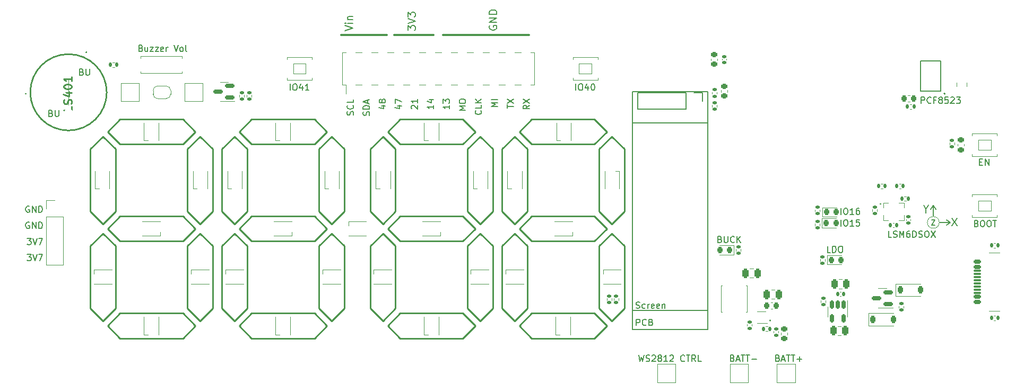
<source format=gbr>
%TF.GenerationSoftware,KiCad,Pcbnew,7.0.9*%
%TF.CreationDate,2024-02-17T00:35:01+08:00*%
%TF.ProjectId,AlarmClockProjV1,416c6172-6d43-46c6-9f63-6b50726f6a56,rev?*%
%TF.SameCoordinates,Original*%
%TF.FileFunction,Legend,Top*%
%TF.FilePolarity,Positive*%
%FSLAX46Y46*%
G04 Gerber Fmt 4.6, Leading zero omitted, Abs format (unit mm)*
G04 Created by KiCad (PCBNEW 7.0.9) date 2024-02-17 00:35:01*
%MOMM*%
%LPD*%
G01*
G04 APERTURE LIST*
G04 Aperture macros list*
%AMRoundRect*
0 Rectangle with rounded corners*
0 $1 Rounding radius*
0 $2 $3 $4 $5 $6 $7 $8 $9 X,Y pos of 4 corners*
0 Add a 4 corners polygon primitive as box body*
4,1,4,$2,$3,$4,$5,$6,$7,$8,$9,$2,$3,0*
0 Add four circle primitives for the rounded corners*
1,1,$1+$1,$2,$3*
1,1,$1+$1,$4,$5*
1,1,$1+$1,$6,$7*
1,1,$1+$1,$8,$9*
0 Add four rect primitives between the rounded corners*
20,1,$1+$1,$2,$3,$4,$5,0*
20,1,$1+$1,$4,$5,$6,$7,0*
20,1,$1+$1,$6,$7,$8,$9,0*
20,1,$1+$1,$8,$9,$2,$3,0*%
%AMFreePoly0*
4,1,19,0.500000,-0.750000,0.000000,-0.750000,0.000000,-0.744911,-0.071157,-0.744911,-0.207708,-0.704816,-0.327430,-0.627875,-0.420627,-0.520320,-0.479746,-0.390866,-0.500000,-0.250000,-0.500000,0.250000,-0.479746,0.390866,-0.420627,0.520320,-0.327430,0.627875,-0.207708,0.704816,-0.071157,0.744911,0.000000,0.744911,0.000000,0.750000,0.500000,0.750000,0.500000,-0.750000,0.500000,-0.750000,
$1*%
%AMFreePoly1*
4,1,19,0.000000,0.744911,0.071157,0.744911,0.207708,0.704816,0.327430,0.627875,0.420627,0.520320,0.479746,0.390866,0.500000,0.250000,0.500000,-0.250000,0.479746,-0.390866,0.420627,-0.520320,0.327430,-0.627875,0.207708,-0.704816,0.071157,-0.744911,0.000000,-0.744911,0.000000,-0.750000,-0.500000,-0.750000,-0.500000,0.750000,0.000000,0.750000,0.000000,0.744911,0.000000,0.744911,
$1*%
G04 Aperture macros list end*
%ADD10C,0.300000*%
%ADD11C,0.200000*%
%ADD12C,0.254000*%
%ADD13C,0.120000*%
%ADD14C,0.160000*%
%ADD15C,0.250000*%
%ADD16C,0.100000*%
%ADD17C,0.150000*%
%ADD18C,1.350000*%
%ADD19RoundRect,0.225000X0.225000X0.250000X-0.225000X0.250000X-0.225000X-0.250000X0.225000X-0.250000X0*%
%ADD20RoundRect,0.135000X0.135000X0.185000X-0.135000X0.185000X-0.135000X-0.185000X0.135000X-0.185000X0*%
%ADD21R,1.700000X1.700000*%
%ADD22O,1.700000X1.700000*%
%ADD23RoundRect,0.135000X-0.185000X0.135000X-0.185000X-0.135000X0.185000X-0.135000X0.185000X0.135000X0*%
%ADD24RoundRect,0.135000X0.185000X-0.135000X0.185000X0.135000X-0.185000X0.135000X-0.185000X-0.135000X0*%
%ADD25R,0.700000X0.700000*%
%ADD26RoundRect,0.150000X-0.150000X0.512500X-0.150000X-0.512500X0.150000X-0.512500X0.150000X0.512500X0*%
%ADD27RoundRect,0.225000X0.250000X-0.225000X0.250000X0.225000X-0.250000X0.225000X-0.250000X-0.225000X0*%
%ADD28R,1.150000X0.900000*%
%ADD29RoundRect,0.140000X-0.170000X0.140000X-0.170000X-0.140000X0.170000X-0.140000X0.170000X0.140000X0*%
%ADD30C,3.600000*%
%ADD31C,6.400000*%
%ADD32RoundRect,0.140000X-0.140000X-0.170000X0.140000X-0.170000X0.140000X0.170000X-0.140000X0.170000X0*%
%ADD33RoundRect,0.218750X-0.218750X-0.256250X0.218750X-0.256250X0.218750X0.256250X-0.218750X0.256250X0*%
%ADD34C,0.650000*%
%ADD35RoundRect,0.150000X0.425000X-0.150000X0.425000X0.150000X-0.425000X0.150000X-0.425000X-0.150000X0*%
%ADD36RoundRect,0.075000X0.500000X-0.075000X0.500000X0.075000X-0.500000X0.075000X-0.500000X-0.075000X0*%
%ADD37O,2.100000X1.000000*%
%ADD38O,1.800000X1.000000*%
%ADD39RoundRect,0.135000X-0.135000X-0.185000X0.135000X-0.185000X0.135000X0.185000X-0.135000X0.185000X0*%
%ADD40RoundRect,0.150000X0.587500X0.150000X-0.587500X0.150000X-0.587500X-0.150000X0.587500X-0.150000X0*%
%ADD41R,1.500000X0.900000*%
%ADD42R,0.900000X1.500000*%
%ADD43R,0.900000X0.900000*%
%ADD44C,1.600000*%
%ADD45O,1.600000X1.600000*%
%ADD46R,2.500000X2.500000*%
%ADD47FreePoly0,0.000000*%
%ADD48FreePoly1,0.000000*%
%ADD49R,1.000000X3.150000*%
%ADD50R,3.500000X1.600000*%
%ADD51RoundRect,0.225000X-0.250000X0.225000X-0.250000X-0.225000X0.250000X-0.225000X0.250000X0.225000X0*%
%ADD52R,0.700000X0.340000*%
%ADD53RoundRect,0.140000X0.140000X0.170000X-0.140000X0.170000X-0.140000X-0.170000X0.140000X-0.170000X0*%
%ADD54RoundRect,0.218750X0.218750X0.256250X-0.218750X0.256250X-0.218750X-0.256250X0.218750X-0.256250X0*%
%ADD55R,1.550000X0.700000*%
%ADD56RoundRect,0.250000X-0.250000X-0.475000X0.250000X-0.475000X0.250000X0.475000X-0.250000X0.475000X0*%
%ADD57RoundRect,0.250000X0.250000X0.475000X-0.250000X0.475000X-0.250000X-0.475000X0.250000X-0.475000X0*%
%ADD58R,0.600000X0.300000*%
%ADD59R,0.300000X0.600000*%
%ADD60R,1.400000X0.700000*%
%ADD61RoundRect,0.225000X-0.225000X-0.375000X0.225000X-0.375000X0.225000X0.375000X-0.225000X0.375000X0*%
%ADD62C,2.300000*%
G04 APERTURE END LIST*
D10*
X125500000Y-86400000D02*
X132750000Y-86400000D01*
X155500000Y-86400000D02*
X141750000Y-86400000D01*
X134000000Y-86400000D02*
X140250000Y-86400000D01*
D11*
X185953006Y-119093409D02*
X186095863Y-119141028D01*
X186095863Y-119141028D02*
X186143482Y-119188647D01*
X186143482Y-119188647D02*
X186191101Y-119283885D01*
X186191101Y-119283885D02*
X186191101Y-119426742D01*
X186191101Y-119426742D02*
X186143482Y-119521980D01*
X186143482Y-119521980D02*
X186095863Y-119569600D01*
X186095863Y-119569600D02*
X186000625Y-119617219D01*
X186000625Y-119617219D02*
X185619673Y-119617219D01*
X185619673Y-119617219D02*
X185619673Y-118617219D01*
X185619673Y-118617219D02*
X185953006Y-118617219D01*
X185953006Y-118617219D02*
X186048244Y-118664838D01*
X186048244Y-118664838D02*
X186095863Y-118712457D01*
X186095863Y-118712457D02*
X186143482Y-118807695D01*
X186143482Y-118807695D02*
X186143482Y-118902933D01*
X186143482Y-118902933D02*
X186095863Y-118998171D01*
X186095863Y-118998171D02*
X186048244Y-119045790D01*
X186048244Y-119045790D02*
X185953006Y-119093409D01*
X185953006Y-119093409D02*
X185619673Y-119093409D01*
X186619673Y-118617219D02*
X186619673Y-119426742D01*
X186619673Y-119426742D02*
X186667292Y-119521980D01*
X186667292Y-119521980D02*
X186714911Y-119569600D01*
X186714911Y-119569600D02*
X186810149Y-119617219D01*
X186810149Y-119617219D02*
X187000625Y-119617219D01*
X187000625Y-119617219D02*
X187095863Y-119569600D01*
X187095863Y-119569600D02*
X187143482Y-119521980D01*
X187143482Y-119521980D02*
X187191101Y-119426742D01*
X187191101Y-119426742D02*
X187191101Y-118617219D01*
X188238720Y-119521980D02*
X188191101Y-119569600D01*
X188191101Y-119569600D02*
X188048244Y-119617219D01*
X188048244Y-119617219D02*
X187953006Y-119617219D01*
X187953006Y-119617219D02*
X187810149Y-119569600D01*
X187810149Y-119569600D02*
X187714911Y-119474361D01*
X187714911Y-119474361D02*
X187667292Y-119379123D01*
X187667292Y-119379123D02*
X187619673Y-119188647D01*
X187619673Y-119188647D02*
X187619673Y-119045790D01*
X187619673Y-119045790D02*
X187667292Y-118855314D01*
X187667292Y-118855314D02*
X187714911Y-118760076D01*
X187714911Y-118760076D02*
X187810149Y-118664838D01*
X187810149Y-118664838D02*
X187953006Y-118617219D01*
X187953006Y-118617219D02*
X188048244Y-118617219D01*
X188048244Y-118617219D02*
X188191101Y-118664838D01*
X188191101Y-118664838D02*
X188238720Y-118712457D01*
X188667292Y-119617219D02*
X188667292Y-118617219D01*
X189238720Y-119617219D02*
X188810149Y-119045790D01*
X189238720Y-118617219D02*
X188667292Y-119188647D01*
X147808340Y-98522054D02*
X147855960Y-98569673D01*
X147855960Y-98569673D02*
X147903579Y-98712530D01*
X147903579Y-98712530D02*
X147903579Y-98807768D01*
X147903579Y-98807768D02*
X147855960Y-98950625D01*
X147855960Y-98950625D02*
X147760721Y-99045863D01*
X147760721Y-99045863D02*
X147665483Y-99093482D01*
X147665483Y-99093482D02*
X147475007Y-99141101D01*
X147475007Y-99141101D02*
X147332150Y-99141101D01*
X147332150Y-99141101D02*
X147141674Y-99093482D01*
X147141674Y-99093482D02*
X147046436Y-99045863D01*
X147046436Y-99045863D02*
X146951198Y-98950625D01*
X146951198Y-98950625D02*
X146903579Y-98807768D01*
X146903579Y-98807768D02*
X146903579Y-98712530D01*
X146903579Y-98712530D02*
X146951198Y-98569673D01*
X146951198Y-98569673D02*
X146998817Y-98522054D01*
X147903579Y-97617292D02*
X147903579Y-98093482D01*
X147903579Y-98093482D02*
X146903579Y-98093482D01*
X147903579Y-97283958D02*
X146903579Y-97283958D01*
X147903579Y-96712530D02*
X147332150Y-97141101D01*
X146903579Y-96712530D02*
X147475007Y-97283958D01*
X136780637Y-98236339D02*
X136733018Y-98188720D01*
X136733018Y-98188720D02*
X136685399Y-98093482D01*
X136685399Y-98093482D02*
X136685399Y-97855387D01*
X136685399Y-97855387D02*
X136733018Y-97760149D01*
X136733018Y-97760149D02*
X136780637Y-97712530D01*
X136780637Y-97712530D02*
X136875875Y-97664911D01*
X136875875Y-97664911D02*
X136971113Y-97664911D01*
X136971113Y-97664911D02*
X137113970Y-97712530D01*
X137113970Y-97712530D02*
X137685399Y-98283958D01*
X137685399Y-98283958D02*
X137685399Y-97664911D01*
X137685399Y-96712530D02*
X137685399Y-97283958D01*
X137685399Y-96998244D02*
X136685399Y-96998244D01*
X136685399Y-96998244D02*
X136828256Y-97093482D01*
X136828256Y-97093482D02*
X136923494Y-97188720D01*
X136923494Y-97188720D02*
X136971113Y-97283958D01*
X149199885Y-84954136D02*
X149142742Y-85068422D01*
X149142742Y-85068422D02*
X149142742Y-85239850D01*
X149142742Y-85239850D02*
X149199885Y-85411279D01*
X149199885Y-85411279D02*
X149314171Y-85525564D01*
X149314171Y-85525564D02*
X149428457Y-85582707D01*
X149428457Y-85582707D02*
X149657028Y-85639850D01*
X149657028Y-85639850D02*
X149828457Y-85639850D01*
X149828457Y-85639850D02*
X150057028Y-85582707D01*
X150057028Y-85582707D02*
X150171314Y-85525564D01*
X150171314Y-85525564D02*
X150285600Y-85411279D01*
X150285600Y-85411279D02*
X150342742Y-85239850D01*
X150342742Y-85239850D02*
X150342742Y-85125564D01*
X150342742Y-85125564D02*
X150285600Y-84954136D01*
X150285600Y-84954136D02*
X150228457Y-84896993D01*
X150228457Y-84896993D02*
X149828457Y-84896993D01*
X149828457Y-84896993D02*
X149828457Y-85125564D01*
X150342742Y-84382707D02*
X149142742Y-84382707D01*
X149142742Y-84382707D02*
X150342742Y-83696993D01*
X150342742Y-83696993D02*
X149142742Y-83696993D01*
X150342742Y-83125564D02*
X149142742Y-83125564D01*
X149142742Y-83125564D02*
X149142742Y-82839850D01*
X149142742Y-82839850D02*
X149199885Y-82668421D01*
X149199885Y-82668421D02*
X149314171Y-82554136D01*
X149314171Y-82554136D02*
X149428457Y-82496993D01*
X149428457Y-82496993D02*
X149657028Y-82439850D01*
X149657028Y-82439850D02*
X149828457Y-82439850D01*
X149828457Y-82439850D02*
X150057028Y-82496993D01*
X150057028Y-82496993D02*
X150171314Y-82554136D01*
X150171314Y-82554136D02*
X150285600Y-82668421D01*
X150285600Y-82668421D02*
X150342742Y-82839850D01*
X150342742Y-82839850D02*
X150342742Y-83125564D01*
X140239944Y-97664911D02*
X140239944Y-98236339D01*
X140239944Y-97950625D02*
X139239944Y-97950625D01*
X139239944Y-97950625D02*
X139382801Y-98045863D01*
X139382801Y-98045863D02*
X139478039Y-98141101D01*
X139478039Y-98141101D02*
X139525658Y-98236339D01*
X139573277Y-96807768D02*
X140239944Y-96807768D01*
X139192325Y-97045863D02*
X139906610Y-97283958D01*
X139906610Y-97283958D02*
X139906610Y-96664911D01*
X75740968Y-113824438D02*
X75645730Y-113776819D01*
X75645730Y-113776819D02*
X75502873Y-113776819D01*
X75502873Y-113776819D02*
X75360016Y-113824438D01*
X75360016Y-113824438D02*
X75264778Y-113919676D01*
X75264778Y-113919676D02*
X75217159Y-114014914D01*
X75217159Y-114014914D02*
X75169540Y-114205390D01*
X75169540Y-114205390D02*
X75169540Y-114348247D01*
X75169540Y-114348247D02*
X75217159Y-114538723D01*
X75217159Y-114538723D02*
X75264778Y-114633961D01*
X75264778Y-114633961D02*
X75360016Y-114729200D01*
X75360016Y-114729200D02*
X75502873Y-114776819D01*
X75502873Y-114776819D02*
X75598111Y-114776819D01*
X75598111Y-114776819D02*
X75740968Y-114729200D01*
X75740968Y-114729200D02*
X75788587Y-114681580D01*
X75788587Y-114681580D02*
X75788587Y-114348247D01*
X75788587Y-114348247D02*
X75598111Y-114348247D01*
X76217159Y-114776819D02*
X76217159Y-113776819D01*
X76217159Y-113776819D02*
X76788587Y-114776819D01*
X76788587Y-114776819D02*
X76788587Y-113776819D01*
X77264778Y-114776819D02*
X77264778Y-113776819D01*
X77264778Y-113776819D02*
X77502873Y-113776819D01*
X77502873Y-113776819D02*
X77645730Y-113824438D01*
X77645730Y-113824438D02*
X77740968Y-113919676D01*
X77740968Y-113919676D02*
X77788587Y-114014914D01*
X77788587Y-114014914D02*
X77836206Y-114205390D01*
X77836206Y-114205390D02*
X77836206Y-114348247D01*
X77836206Y-114348247D02*
X77788587Y-114538723D01*
X77788587Y-114538723D02*
X77740968Y-114633961D01*
X77740968Y-114633961D02*
X77645730Y-114729200D01*
X77645730Y-114729200D02*
X77502873Y-114776819D01*
X77502873Y-114776819D02*
X77264778Y-114776819D01*
X226903006Y-116543409D02*
X227045863Y-116591028D01*
X227045863Y-116591028D02*
X227093482Y-116638647D01*
X227093482Y-116638647D02*
X227141101Y-116733885D01*
X227141101Y-116733885D02*
X227141101Y-116876742D01*
X227141101Y-116876742D02*
X227093482Y-116971980D01*
X227093482Y-116971980D02*
X227045863Y-117019600D01*
X227045863Y-117019600D02*
X226950625Y-117067219D01*
X226950625Y-117067219D02*
X226569673Y-117067219D01*
X226569673Y-117067219D02*
X226569673Y-116067219D01*
X226569673Y-116067219D02*
X226903006Y-116067219D01*
X226903006Y-116067219D02*
X226998244Y-116114838D01*
X226998244Y-116114838D02*
X227045863Y-116162457D01*
X227045863Y-116162457D02*
X227093482Y-116257695D01*
X227093482Y-116257695D02*
X227093482Y-116352933D01*
X227093482Y-116352933D02*
X227045863Y-116448171D01*
X227045863Y-116448171D02*
X226998244Y-116495790D01*
X226998244Y-116495790D02*
X226903006Y-116543409D01*
X226903006Y-116543409D02*
X226569673Y-116543409D01*
X227760149Y-116067219D02*
X227950625Y-116067219D01*
X227950625Y-116067219D02*
X228045863Y-116114838D01*
X228045863Y-116114838D02*
X228141101Y-116210076D01*
X228141101Y-116210076D02*
X228188720Y-116400552D01*
X228188720Y-116400552D02*
X228188720Y-116733885D01*
X228188720Y-116733885D02*
X228141101Y-116924361D01*
X228141101Y-116924361D02*
X228045863Y-117019600D01*
X228045863Y-117019600D02*
X227950625Y-117067219D01*
X227950625Y-117067219D02*
X227760149Y-117067219D01*
X227760149Y-117067219D02*
X227664911Y-117019600D01*
X227664911Y-117019600D02*
X227569673Y-116924361D01*
X227569673Y-116924361D02*
X227522054Y-116733885D01*
X227522054Y-116733885D02*
X227522054Y-116400552D01*
X227522054Y-116400552D02*
X227569673Y-116210076D01*
X227569673Y-116210076D02*
X227664911Y-116114838D01*
X227664911Y-116114838D02*
X227760149Y-116067219D01*
X228807768Y-116067219D02*
X228998244Y-116067219D01*
X228998244Y-116067219D02*
X229093482Y-116114838D01*
X229093482Y-116114838D02*
X229188720Y-116210076D01*
X229188720Y-116210076D02*
X229236339Y-116400552D01*
X229236339Y-116400552D02*
X229236339Y-116733885D01*
X229236339Y-116733885D02*
X229188720Y-116924361D01*
X229188720Y-116924361D02*
X229093482Y-117019600D01*
X229093482Y-117019600D02*
X228998244Y-117067219D01*
X228998244Y-117067219D02*
X228807768Y-117067219D01*
X228807768Y-117067219D02*
X228712530Y-117019600D01*
X228712530Y-117019600D02*
X228617292Y-116924361D01*
X228617292Y-116924361D02*
X228569673Y-116733885D01*
X228569673Y-116733885D02*
X228569673Y-116400552D01*
X228569673Y-116400552D02*
X228617292Y-116210076D01*
X228617292Y-116210076D02*
X228712530Y-116114838D01*
X228712530Y-116114838D02*
X228807768Y-116067219D01*
X229522054Y-116067219D02*
X230093482Y-116067219D01*
X229807768Y-117067219D02*
X229807768Y-116067219D01*
X129974145Y-99277945D02*
X130021764Y-99135088D01*
X130021764Y-99135088D02*
X130021764Y-98896993D01*
X130021764Y-98896993D02*
X129974145Y-98801755D01*
X129974145Y-98801755D02*
X129926525Y-98754136D01*
X129926525Y-98754136D02*
X129831287Y-98706517D01*
X129831287Y-98706517D02*
X129736049Y-98706517D01*
X129736049Y-98706517D02*
X129640811Y-98754136D01*
X129640811Y-98754136D02*
X129593192Y-98801755D01*
X129593192Y-98801755D02*
X129545573Y-98896993D01*
X129545573Y-98896993D02*
X129497954Y-99087469D01*
X129497954Y-99087469D02*
X129450335Y-99182707D01*
X129450335Y-99182707D02*
X129402716Y-99230326D01*
X129402716Y-99230326D02*
X129307478Y-99277945D01*
X129307478Y-99277945D02*
X129212240Y-99277945D01*
X129212240Y-99277945D02*
X129117002Y-99230326D01*
X129117002Y-99230326D02*
X129069383Y-99182707D01*
X129069383Y-99182707D02*
X129021764Y-99087469D01*
X129021764Y-99087469D02*
X129021764Y-98849374D01*
X129021764Y-98849374D02*
X129069383Y-98706517D01*
X130021764Y-98277945D02*
X129021764Y-98277945D01*
X129021764Y-98277945D02*
X129021764Y-98039850D01*
X129021764Y-98039850D02*
X129069383Y-97896993D01*
X129069383Y-97896993D02*
X129164621Y-97801755D01*
X129164621Y-97801755D02*
X129259859Y-97754136D01*
X129259859Y-97754136D02*
X129450335Y-97706517D01*
X129450335Y-97706517D02*
X129593192Y-97706517D01*
X129593192Y-97706517D02*
X129783668Y-97754136D01*
X129783668Y-97754136D02*
X129878906Y-97801755D01*
X129878906Y-97801755D02*
X129974145Y-97896993D01*
X129974145Y-97896993D02*
X130021764Y-98039850D01*
X130021764Y-98039850D02*
X130021764Y-98277945D01*
X129736049Y-97325564D02*
X129736049Y-96849374D01*
X130021764Y-97420802D02*
X129021764Y-97087469D01*
X129021764Y-97087469D02*
X130021764Y-96754136D01*
X84103006Y-92343409D02*
X84245863Y-92391028D01*
X84245863Y-92391028D02*
X84293482Y-92438647D01*
X84293482Y-92438647D02*
X84341101Y-92533885D01*
X84341101Y-92533885D02*
X84341101Y-92676742D01*
X84341101Y-92676742D02*
X84293482Y-92771980D01*
X84293482Y-92771980D02*
X84245863Y-92819600D01*
X84245863Y-92819600D02*
X84150625Y-92867219D01*
X84150625Y-92867219D02*
X83769673Y-92867219D01*
X83769673Y-92867219D02*
X83769673Y-91867219D01*
X83769673Y-91867219D02*
X84103006Y-91867219D01*
X84103006Y-91867219D02*
X84198244Y-91914838D01*
X84198244Y-91914838D02*
X84245863Y-91962457D01*
X84245863Y-91962457D02*
X84293482Y-92057695D01*
X84293482Y-92057695D02*
X84293482Y-92152933D01*
X84293482Y-92152933D02*
X84245863Y-92248171D01*
X84245863Y-92248171D02*
X84198244Y-92295790D01*
X84198244Y-92295790D02*
X84103006Y-92343409D01*
X84103006Y-92343409D02*
X83769673Y-92343409D01*
X84769673Y-91867219D02*
X84769673Y-92676742D01*
X84769673Y-92676742D02*
X84817292Y-92771980D01*
X84817292Y-92771980D02*
X84864911Y-92819600D01*
X84864911Y-92819600D02*
X84960149Y-92867219D01*
X84960149Y-92867219D02*
X85150625Y-92867219D01*
X85150625Y-92867219D02*
X85245863Y-92819600D01*
X85245863Y-92819600D02*
X85293482Y-92771980D01*
X85293482Y-92771980D02*
X85341101Y-92676742D01*
X85341101Y-92676742D02*
X85341101Y-91867219D01*
X126142742Y-85754136D02*
X127342742Y-85354136D01*
X127342742Y-85354136D02*
X126142742Y-84954136D01*
X127342742Y-84554136D02*
X126542742Y-84554136D01*
X126142742Y-84554136D02*
X126199885Y-84611279D01*
X126199885Y-84611279D02*
X126257028Y-84554136D01*
X126257028Y-84554136D02*
X126199885Y-84496993D01*
X126199885Y-84496993D02*
X126142742Y-84554136D01*
X126142742Y-84554136D02*
X126257028Y-84554136D01*
X126542742Y-83982707D02*
X127342742Y-83982707D01*
X126657028Y-83982707D02*
X126599885Y-83925564D01*
X126599885Y-83925564D02*
X126542742Y-83811279D01*
X126542742Y-83811279D02*
X126542742Y-83639850D01*
X126542742Y-83639850D02*
X126599885Y-83525564D01*
X126599885Y-83525564D02*
X126714171Y-83468422D01*
X126714171Y-83468422D02*
X127342742Y-83468422D01*
X155567219Y-97664911D02*
X155091028Y-97998244D01*
X155567219Y-98236339D02*
X154567219Y-98236339D01*
X154567219Y-98236339D02*
X154567219Y-97855387D01*
X154567219Y-97855387D02*
X154614838Y-97760149D01*
X154614838Y-97760149D02*
X154662457Y-97712530D01*
X154662457Y-97712530D02*
X154757695Y-97664911D01*
X154757695Y-97664911D02*
X154900552Y-97664911D01*
X154900552Y-97664911D02*
X154995790Y-97712530D01*
X154995790Y-97712530D02*
X155043409Y-97760149D01*
X155043409Y-97760149D02*
X155091028Y-97855387D01*
X155091028Y-97855387D02*
X155091028Y-98236339D01*
X154567219Y-97331577D02*
X155567219Y-96664911D01*
X154567219Y-96664911D02*
X155567219Y-97331577D01*
X162969673Y-95267219D02*
X162969673Y-94267219D01*
X163636339Y-94267219D02*
X163826815Y-94267219D01*
X163826815Y-94267219D02*
X163922053Y-94314838D01*
X163922053Y-94314838D02*
X164017291Y-94410076D01*
X164017291Y-94410076D02*
X164064910Y-94600552D01*
X164064910Y-94600552D02*
X164064910Y-94933885D01*
X164064910Y-94933885D02*
X164017291Y-95124361D01*
X164017291Y-95124361D02*
X163922053Y-95219600D01*
X163922053Y-95219600D02*
X163826815Y-95267219D01*
X163826815Y-95267219D02*
X163636339Y-95267219D01*
X163636339Y-95267219D02*
X163541101Y-95219600D01*
X163541101Y-95219600D02*
X163445863Y-95124361D01*
X163445863Y-95124361D02*
X163398244Y-94933885D01*
X163398244Y-94933885D02*
X163398244Y-94600552D01*
X163398244Y-94600552D02*
X163445863Y-94410076D01*
X163445863Y-94410076D02*
X163541101Y-94314838D01*
X163541101Y-94314838D02*
X163636339Y-94267219D01*
X164922053Y-94600552D02*
X164922053Y-95267219D01*
X164683958Y-94219600D02*
X164445863Y-94933885D01*
X164445863Y-94933885D02*
X165064910Y-94933885D01*
X165636339Y-94267219D02*
X165731577Y-94267219D01*
X165731577Y-94267219D02*
X165826815Y-94314838D01*
X165826815Y-94314838D02*
X165874434Y-94362457D01*
X165874434Y-94362457D02*
X165922053Y-94457695D01*
X165922053Y-94457695D02*
X165969672Y-94648171D01*
X165969672Y-94648171D02*
X165969672Y-94886266D01*
X165969672Y-94886266D02*
X165922053Y-95076742D01*
X165922053Y-95076742D02*
X165874434Y-95171980D01*
X165874434Y-95171980D02*
X165826815Y-95219600D01*
X165826815Y-95219600D02*
X165731577Y-95267219D01*
X165731577Y-95267219D02*
X165636339Y-95267219D01*
X165636339Y-95267219D02*
X165541101Y-95219600D01*
X165541101Y-95219600D02*
X165493482Y-95171980D01*
X165493482Y-95171980D02*
X165445863Y-95076742D01*
X165445863Y-95076742D02*
X165398244Y-94886266D01*
X165398244Y-94886266D02*
X165398244Y-94648171D01*
X165398244Y-94648171D02*
X165445863Y-94457695D01*
X165445863Y-94457695D02*
X165493482Y-94362457D01*
X165493482Y-94362457D02*
X165541101Y-94314838D01*
X165541101Y-94314838D02*
X165636339Y-94267219D01*
X213345863Y-118767219D02*
X212869673Y-118767219D01*
X212869673Y-118767219D02*
X212869673Y-117767219D01*
X213631578Y-118719600D02*
X213774435Y-118767219D01*
X213774435Y-118767219D02*
X214012530Y-118767219D01*
X214012530Y-118767219D02*
X214107768Y-118719600D01*
X214107768Y-118719600D02*
X214155387Y-118671980D01*
X214155387Y-118671980D02*
X214203006Y-118576742D01*
X214203006Y-118576742D02*
X214203006Y-118481504D01*
X214203006Y-118481504D02*
X214155387Y-118386266D01*
X214155387Y-118386266D02*
X214107768Y-118338647D01*
X214107768Y-118338647D02*
X214012530Y-118291028D01*
X214012530Y-118291028D02*
X213822054Y-118243409D01*
X213822054Y-118243409D02*
X213726816Y-118195790D01*
X213726816Y-118195790D02*
X213679197Y-118148171D01*
X213679197Y-118148171D02*
X213631578Y-118052933D01*
X213631578Y-118052933D02*
X213631578Y-117957695D01*
X213631578Y-117957695D02*
X213679197Y-117862457D01*
X213679197Y-117862457D02*
X213726816Y-117814838D01*
X213726816Y-117814838D02*
X213822054Y-117767219D01*
X213822054Y-117767219D02*
X214060149Y-117767219D01*
X214060149Y-117767219D02*
X214203006Y-117814838D01*
X214631578Y-118767219D02*
X214631578Y-117767219D01*
X214631578Y-117767219D02*
X214964911Y-118481504D01*
X214964911Y-118481504D02*
X215298244Y-117767219D01*
X215298244Y-117767219D02*
X215298244Y-118767219D01*
X216203006Y-117767219D02*
X216012530Y-117767219D01*
X216012530Y-117767219D02*
X215917292Y-117814838D01*
X215917292Y-117814838D02*
X215869673Y-117862457D01*
X215869673Y-117862457D02*
X215774435Y-118005314D01*
X215774435Y-118005314D02*
X215726816Y-118195790D01*
X215726816Y-118195790D02*
X215726816Y-118576742D01*
X215726816Y-118576742D02*
X215774435Y-118671980D01*
X215774435Y-118671980D02*
X215822054Y-118719600D01*
X215822054Y-118719600D02*
X215917292Y-118767219D01*
X215917292Y-118767219D02*
X216107768Y-118767219D01*
X216107768Y-118767219D02*
X216203006Y-118719600D01*
X216203006Y-118719600D02*
X216250625Y-118671980D01*
X216250625Y-118671980D02*
X216298244Y-118576742D01*
X216298244Y-118576742D02*
X216298244Y-118338647D01*
X216298244Y-118338647D02*
X216250625Y-118243409D01*
X216250625Y-118243409D02*
X216203006Y-118195790D01*
X216203006Y-118195790D02*
X216107768Y-118148171D01*
X216107768Y-118148171D02*
X215917292Y-118148171D01*
X215917292Y-118148171D02*
X215822054Y-118195790D01*
X215822054Y-118195790D02*
X215774435Y-118243409D01*
X215774435Y-118243409D02*
X215726816Y-118338647D01*
X216726816Y-118767219D02*
X216726816Y-117767219D01*
X216726816Y-117767219D02*
X216964911Y-117767219D01*
X216964911Y-117767219D02*
X217107768Y-117814838D01*
X217107768Y-117814838D02*
X217203006Y-117910076D01*
X217203006Y-117910076D02*
X217250625Y-118005314D01*
X217250625Y-118005314D02*
X217298244Y-118195790D01*
X217298244Y-118195790D02*
X217298244Y-118338647D01*
X217298244Y-118338647D02*
X217250625Y-118529123D01*
X217250625Y-118529123D02*
X217203006Y-118624361D01*
X217203006Y-118624361D02*
X217107768Y-118719600D01*
X217107768Y-118719600D02*
X216964911Y-118767219D01*
X216964911Y-118767219D02*
X216726816Y-118767219D01*
X217679197Y-118719600D02*
X217822054Y-118767219D01*
X217822054Y-118767219D02*
X218060149Y-118767219D01*
X218060149Y-118767219D02*
X218155387Y-118719600D01*
X218155387Y-118719600D02*
X218203006Y-118671980D01*
X218203006Y-118671980D02*
X218250625Y-118576742D01*
X218250625Y-118576742D02*
X218250625Y-118481504D01*
X218250625Y-118481504D02*
X218203006Y-118386266D01*
X218203006Y-118386266D02*
X218155387Y-118338647D01*
X218155387Y-118338647D02*
X218060149Y-118291028D01*
X218060149Y-118291028D02*
X217869673Y-118243409D01*
X217869673Y-118243409D02*
X217774435Y-118195790D01*
X217774435Y-118195790D02*
X217726816Y-118148171D01*
X217726816Y-118148171D02*
X217679197Y-118052933D01*
X217679197Y-118052933D02*
X217679197Y-117957695D01*
X217679197Y-117957695D02*
X217726816Y-117862457D01*
X217726816Y-117862457D02*
X217774435Y-117814838D01*
X217774435Y-117814838D02*
X217869673Y-117767219D01*
X217869673Y-117767219D02*
X218107768Y-117767219D01*
X218107768Y-117767219D02*
X218250625Y-117814838D01*
X218869673Y-117767219D02*
X219060149Y-117767219D01*
X219060149Y-117767219D02*
X219155387Y-117814838D01*
X219155387Y-117814838D02*
X219250625Y-117910076D01*
X219250625Y-117910076D02*
X219298244Y-118100552D01*
X219298244Y-118100552D02*
X219298244Y-118433885D01*
X219298244Y-118433885D02*
X219250625Y-118624361D01*
X219250625Y-118624361D02*
X219155387Y-118719600D01*
X219155387Y-118719600D02*
X219060149Y-118767219D01*
X219060149Y-118767219D02*
X218869673Y-118767219D01*
X218869673Y-118767219D02*
X218774435Y-118719600D01*
X218774435Y-118719600D02*
X218679197Y-118624361D01*
X218679197Y-118624361D02*
X218631578Y-118433885D01*
X218631578Y-118433885D02*
X218631578Y-118100552D01*
X218631578Y-118100552D02*
X218679197Y-117910076D01*
X218679197Y-117910076D02*
X218774435Y-117814838D01*
X218774435Y-117814838D02*
X218869673Y-117767219D01*
X219631578Y-117767219D02*
X220298244Y-118767219D01*
X220298244Y-117767219D02*
X219631578Y-118767219D01*
X117369673Y-95267219D02*
X117369673Y-94267219D01*
X118036339Y-94267219D02*
X118226815Y-94267219D01*
X118226815Y-94267219D02*
X118322053Y-94314838D01*
X118322053Y-94314838D02*
X118417291Y-94410076D01*
X118417291Y-94410076D02*
X118464910Y-94600552D01*
X118464910Y-94600552D02*
X118464910Y-94933885D01*
X118464910Y-94933885D02*
X118417291Y-95124361D01*
X118417291Y-95124361D02*
X118322053Y-95219600D01*
X118322053Y-95219600D02*
X118226815Y-95267219D01*
X118226815Y-95267219D02*
X118036339Y-95267219D01*
X118036339Y-95267219D02*
X117941101Y-95219600D01*
X117941101Y-95219600D02*
X117845863Y-95124361D01*
X117845863Y-95124361D02*
X117798244Y-94933885D01*
X117798244Y-94933885D02*
X117798244Y-94600552D01*
X117798244Y-94600552D02*
X117845863Y-94410076D01*
X117845863Y-94410076D02*
X117941101Y-94314838D01*
X117941101Y-94314838D02*
X118036339Y-94267219D01*
X119322053Y-94600552D02*
X119322053Y-95267219D01*
X119083958Y-94219600D02*
X118845863Y-94933885D01*
X118845863Y-94933885D02*
X119464910Y-94933885D01*
X120369672Y-95267219D02*
X119798244Y-95267219D01*
X120083958Y-95267219D02*
X120083958Y-94267219D01*
X120083958Y-94267219D02*
X119988720Y-94410076D01*
X119988720Y-94410076D02*
X119893482Y-94505314D01*
X119893482Y-94505314D02*
X119798244Y-94552933D01*
X75407635Y-118941485D02*
X76026682Y-118941485D01*
X76026682Y-118941485D02*
X75693349Y-119322437D01*
X75693349Y-119322437D02*
X75836206Y-119322437D01*
X75836206Y-119322437D02*
X75931444Y-119370056D01*
X75931444Y-119370056D02*
X75979063Y-119417675D01*
X75979063Y-119417675D02*
X76026682Y-119512913D01*
X76026682Y-119512913D02*
X76026682Y-119751008D01*
X76026682Y-119751008D02*
X75979063Y-119846246D01*
X75979063Y-119846246D02*
X75931444Y-119893866D01*
X75931444Y-119893866D02*
X75836206Y-119941485D01*
X75836206Y-119941485D02*
X75550492Y-119941485D01*
X75550492Y-119941485D02*
X75455254Y-119893866D01*
X75455254Y-119893866D02*
X75407635Y-119846246D01*
X76312397Y-118941485D02*
X76645730Y-119941485D01*
X76645730Y-119941485D02*
X76979063Y-118941485D01*
X77217159Y-118941485D02*
X77883825Y-118941485D01*
X77883825Y-118941485D02*
X77455254Y-119941485D01*
X131909642Y-97760149D02*
X132576309Y-97760149D01*
X131528690Y-97998244D02*
X132242975Y-98236339D01*
X132242975Y-98236339D02*
X132242975Y-97617292D01*
X132004880Y-97093482D02*
X131957261Y-97188720D01*
X131957261Y-97188720D02*
X131909642Y-97236339D01*
X131909642Y-97236339D02*
X131814404Y-97283958D01*
X131814404Y-97283958D02*
X131766785Y-97283958D01*
X131766785Y-97283958D02*
X131671547Y-97236339D01*
X131671547Y-97236339D02*
X131623928Y-97188720D01*
X131623928Y-97188720D02*
X131576309Y-97093482D01*
X131576309Y-97093482D02*
X131576309Y-96903006D01*
X131576309Y-96903006D02*
X131623928Y-96807768D01*
X131623928Y-96807768D02*
X131671547Y-96760149D01*
X131671547Y-96760149D02*
X131766785Y-96712530D01*
X131766785Y-96712530D02*
X131814404Y-96712530D01*
X131814404Y-96712530D02*
X131909642Y-96760149D01*
X131909642Y-96760149D02*
X131957261Y-96807768D01*
X131957261Y-96807768D02*
X132004880Y-96903006D01*
X132004880Y-96903006D02*
X132004880Y-97093482D01*
X132004880Y-97093482D02*
X132052499Y-97188720D01*
X132052499Y-97188720D02*
X132100118Y-97236339D01*
X132100118Y-97236339D02*
X132195356Y-97283958D01*
X132195356Y-97283958D02*
X132385832Y-97283958D01*
X132385832Y-97283958D02*
X132481070Y-97236339D01*
X132481070Y-97236339D02*
X132528690Y-97188720D01*
X132528690Y-97188720D02*
X132576309Y-97093482D01*
X132576309Y-97093482D02*
X132576309Y-96903006D01*
X132576309Y-96903006D02*
X132528690Y-96807768D01*
X132528690Y-96807768D02*
X132481070Y-96760149D01*
X132481070Y-96760149D02*
X132385832Y-96712530D01*
X132385832Y-96712530D02*
X132195356Y-96712530D01*
X132195356Y-96712530D02*
X132100118Y-96760149D01*
X132100118Y-96760149D02*
X132052499Y-96807768D01*
X132052499Y-96807768D02*
X132004880Y-96903006D01*
X127419600Y-99230326D02*
X127467219Y-99087469D01*
X127467219Y-99087469D02*
X127467219Y-98849374D01*
X127467219Y-98849374D02*
X127419600Y-98754136D01*
X127419600Y-98754136D02*
X127371980Y-98706517D01*
X127371980Y-98706517D02*
X127276742Y-98658898D01*
X127276742Y-98658898D02*
X127181504Y-98658898D01*
X127181504Y-98658898D02*
X127086266Y-98706517D01*
X127086266Y-98706517D02*
X127038647Y-98754136D01*
X127038647Y-98754136D02*
X126991028Y-98849374D01*
X126991028Y-98849374D02*
X126943409Y-99039850D01*
X126943409Y-99039850D02*
X126895790Y-99135088D01*
X126895790Y-99135088D02*
X126848171Y-99182707D01*
X126848171Y-99182707D02*
X126752933Y-99230326D01*
X126752933Y-99230326D02*
X126657695Y-99230326D01*
X126657695Y-99230326D02*
X126562457Y-99182707D01*
X126562457Y-99182707D02*
X126514838Y-99135088D01*
X126514838Y-99135088D02*
X126467219Y-99039850D01*
X126467219Y-99039850D02*
X126467219Y-98801755D01*
X126467219Y-98801755D02*
X126514838Y-98658898D01*
X127371980Y-97658898D02*
X127419600Y-97706517D01*
X127419600Y-97706517D02*
X127467219Y-97849374D01*
X127467219Y-97849374D02*
X127467219Y-97944612D01*
X127467219Y-97944612D02*
X127419600Y-98087469D01*
X127419600Y-98087469D02*
X127324361Y-98182707D01*
X127324361Y-98182707D02*
X127229123Y-98230326D01*
X127229123Y-98230326D02*
X127038647Y-98277945D01*
X127038647Y-98277945D02*
X126895790Y-98277945D01*
X126895790Y-98277945D02*
X126705314Y-98230326D01*
X126705314Y-98230326D02*
X126610076Y-98182707D01*
X126610076Y-98182707D02*
X126514838Y-98087469D01*
X126514838Y-98087469D02*
X126467219Y-97944612D01*
X126467219Y-97944612D02*
X126467219Y-97849374D01*
X126467219Y-97849374D02*
X126514838Y-97706517D01*
X126514838Y-97706517D02*
X126562457Y-97658898D01*
X127467219Y-96754136D02*
X127467219Y-97230326D01*
X127467219Y-97230326D02*
X126467219Y-97230326D01*
X227369673Y-106743409D02*
X227703006Y-106743409D01*
X227845863Y-107267219D02*
X227369673Y-107267219D01*
X227369673Y-107267219D02*
X227369673Y-106267219D01*
X227369673Y-106267219D02*
X227845863Y-106267219D01*
X228274435Y-107267219D02*
X228274435Y-106267219D01*
X228274435Y-106267219D02*
X228845863Y-107267219D01*
X228845863Y-107267219D02*
X228845863Y-106267219D01*
X203595863Y-121203019D02*
X203119673Y-121203019D01*
X203119673Y-121203019D02*
X203119673Y-120203019D01*
X203929197Y-121203019D02*
X203929197Y-120203019D01*
X203929197Y-120203019D02*
X204167292Y-120203019D01*
X204167292Y-120203019D02*
X204310149Y-120250638D01*
X204310149Y-120250638D02*
X204405387Y-120345876D01*
X204405387Y-120345876D02*
X204453006Y-120441114D01*
X204453006Y-120441114D02*
X204500625Y-120631590D01*
X204500625Y-120631590D02*
X204500625Y-120774447D01*
X204500625Y-120774447D02*
X204453006Y-120964923D01*
X204453006Y-120964923D02*
X204405387Y-121060161D01*
X204405387Y-121060161D02*
X204310149Y-121155400D01*
X204310149Y-121155400D02*
X204167292Y-121203019D01*
X204167292Y-121203019D02*
X203929197Y-121203019D01*
X205119673Y-120203019D02*
X205310149Y-120203019D01*
X205310149Y-120203019D02*
X205405387Y-120250638D01*
X205405387Y-120250638D02*
X205500625Y-120345876D01*
X205500625Y-120345876D02*
X205548244Y-120536352D01*
X205548244Y-120536352D02*
X205548244Y-120869685D01*
X205548244Y-120869685D02*
X205500625Y-121060161D01*
X205500625Y-121060161D02*
X205405387Y-121155400D01*
X205405387Y-121155400D02*
X205310149Y-121203019D01*
X205310149Y-121203019D02*
X205119673Y-121203019D01*
X205119673Y-121203019D02*
X205024435Y-121155400D01*
X205024435Y-121155400D02*
X204929197Y-121060161D01*
X204929197Y-121060161D02*
X204881578Y-120869685D01*
X204881578Y-120869685D02*
X204881578Y-120536352D01*
X204881578Y-120536352D02*
X204929197Y-120345876D01*
X204929197Y-120345876D02*
X205024435Y-120250638D01*
X205024435Y-120250638D02*
X205119673Y-120203019D01*
X79203006Y-98943409D02*
X79345863Y-98991028D01*
X79345863Y-98991028D02*
X79393482Y-99038647D01*
X79393482Y-99038647D02*
X79441101Y-99133885D01*
X79441101Y-99133885D02*
X79441101Y-99276742D01*
X79441101Y-99276742D02*
X79393482Y-99371980D01*
X79393482Y-99371980D02*
X79345863Y-99419600D01*
X79345863Y-99419600D02*
X79250625Y-99467219D01*
X79250625Y-99467219D02*
X78869673Y-99467219D01*
X78869673Y-99467219D02*
X78869673Y-98467219D01*
X78869673Y-98467219D02*
X79203006Y-98467219D01*
X79203006Y-98467219D02*
X79298244Y-98514838D01*
X79298244Y-98514838D02*
X79345863Y-98562457D01*
X79345863Y-98562457D02*
X79393482Y-98657695D01*
X79393482Y-98657695D02*
X79393482Y-98752933D01*
X79393482Y-98752933D02*
X79345863Y-98848171D01*
X79345863Y-98848171D02*
X79298244Y-98895790D01*
X79298244Y-98895790D02*
X79203006Y-98943409D01*
X79203006Y-98943409D02*
X78869673Y-98943409D01*
X79869673Y-98467219D02*
X79869673Y-99276742D01*
X79869673Y-99276742D02*
X79917292Y-99371980D01*
X79917292Y-99371980D02*
X79964911Y-99419600D01*
X79964911Y-99419600D02*
X80060149Y-99467219D01*
X80060149Y-99467219D02*
X80250625Y-99467219D01*
X80250625Y-99467219D02*
X80345863Y-99419600D01*
X80345863Y-99419600D02*
X80393482Y-99371980D01*
X80393482Y-99371980D02*
X80441101Y-99276742D01*
X80441101Y-99276742D02*
X80441101Y-98467219D01*
X152012669Y-98141101D02*
X152012669Y-97569673D01*
X153012669Y-97855387D02*
X152012669Y-97855387D01*
X152012669Y-97331577D02*
X153012669Y-96664911D01*
X152012669Y-96664911D02*
X153012669Y-97331577D01*
X142794489Y-97664911D02*
X142794489Y-98236339D01*
X142794489Y-97950625D02*
X141794489Y-97950625D01*
X141794489Y-97950625D02*
X141937346Y-98045863D01*
X141937346Y-98045863D02*
X142032584Y-98141101D01*
X142032584Y-98141101D02*
X142080203Y-98236339D01*
X141794489Y-97331577D02*
X141794489Y-96712530D01*
X141794489Y-96712530D02*
X142175441Y-97045863D01*
X142175441Y-97045863D02*
X142175441Y-96903006D01*
X142175441Y-96903006D02*
X142223060Y-96807768D01*
X142223060Y-96807768D02*
X142270679Y-96760149D01*
X142270679Y-96760149D02*
X142365917Y-96712530D01*
X142365917Y-96712530D02*
X142604012Y-96712530D01*
X142604012Y-96712530D02*
X142699250Y-96760149D01*
X142699250Y-96760149D02*
X142746870Y-96807768D01*
X142746870Y-96807768D02*
X142794489Y-96903006D01*
X142794489Y-96903006D02*
X142794489Y-97188720D01*
X142794489Y-97188720D02*
X142746870Y-97283958D01*
X142746870Y-97283958D02*
X142699250Y-97331577D01*
X218069673Y-97367219D02*
X218069673Y-96367219D01*
X218069673Y-96367219D02*
X218450625Y-96367219D01*
X218450625Y-96367219D02*
X218545863Y-96414838D01*
X218545863Y-96414838D02*
X218593482Y-96462457D01*
X218593482Y-96462457D02*
X218641101Y-96557695D01*
X218641101Y-96557695D02*
X218641101Y-96700552D01*
X218641101Y-96700552D02*
X218593482Y-96795790D01*
X218593482Y-96795790D02*
X218545863Y-96843409D01*
X218545863Y-96843409D02*
X218450625Y-96891028D01*
X218450625Y-96891028D02*
X218069673Y-96891028D01*
X219641101Y-97271980D02*
X219593482Y-97319600D01*
X219593482Y-97319600D02*
X219450625Y-97367219D01*
X219450625Y-97367219D02*
X219355387Y-97367219D01*
X219355387Y-97367219D02*
X219212530Y-97319600D01*
X219212530Y-97319600D02*
X219117292Y-97224361D01*
X219117292Y-97224361D02*
X219069673Y-97129123D01*
X219069673Y-97129123D02*
X219022054Y-96938647D01*
X219022054Y-96938647D02*
X219022054Y-96795790D01*
X219022054Y-96795790D02*
X219069673Y-96605314D01*
X219069673Y-96605314D02*
X219117292Y-96510076D01*
X219117292Y-96510076D02*
X219212530Y-96414838D01*
X219212530Y-96414838D02*
X219355387Y-96367219D01*
X219355387Y-96367219D02*
X219450625Y-96367219D01*
X219450625Y-96367219D02*
X219593482Y-96414838D01*
X219593482Y-96414838D02*
X219641101Y-96462457D01*
X220403006Y-96843409D02*
X220069673Y-96843409D01*
X220069673Y-97367219D02*
X220069673Y-96367219D01*
X220069673Y-96367219D02*
X220545863Y-96367219D01*
X221069673Y-96795790D02*
X220974435Y-96748171D01*
X220974435Y-96748171D02*
X220926816Y-96700552D01*
X220926816Y-96700552D02*
X220879197Y-96605314D01*
X220879197Y-96605314D02*
X220879197Y-96557695D01*
X220879197Y-96557695D02*
X220926816Y-96462457D01*
X220926816Y-96462457D02*
X220974435Y-96414838D01*
X220974435Y-96414838D02*
X221069673Y-96367219D01*
X221069673Y-96367219D02*
X221260149Y-96367219D01*
X221260149Y-96367219D02*
X221355387Y-96414838D01*
X221355387Y-96414838D02*
X221403006Y-96462457D01*
X221403006Y-96462457D02*
X221450625Y-96557695D01*
X221450625Y-96557695D02*
X221450625Y-96605314D01*
X221450625Y-96605314D02*
X221403006Y-96700552D01*
X221403006Y-96700552D02*
X221355387Y-96748171D01*
X221355387Y-96748171D02*
X221260149Y-96795790D01*
X221260149Y-96795790D02*
X221069673Y-96795790D01*
X221069673Y-96795790D02*
X220974435Y-96843409D01*
X220974435Y-96843409D02*
X220926816Y-96891028D01*
X220926816Y-96891028D02*
X220879197Y-96986266D01*
X220879197Y-96986266D02*
X220879197Y-97176742D01*
X220879197Y-97176742D02*
X220926816Y-97271980D01*
X220926816Y-97271980D02*
X220974435Y-97319600D01*
X220974435Y-97319600D02*
X221069673Y-97367219D01*
X221069673Y-97367219D02*
X221260149Y-97367219D01*
X221260149Y-97367219D02*
X221355387Y-97319600D01*
X221355387Y-97319600D02*
X221403006Y-97271980D01*
X221403006Y-97271980D02*
X221450625Y-97176742D01*
X221450625Y-97176742D02*
X221450625Y-96986266D01*
X221450625Y-96986266D02*
X221403006Y-96891028D01*
X221403006Y-96891028D02*
X221355387Y-96843409D01*
X221355387Y-96843409D02*
X221260149Y-96795790D01*
X222355387Y-96367219D02*
X221879197Y-96367219D01*
X221879197Y-96367219D02*
X221831578Y-96843409D01*
X221831578Y-96843409D02*
X221879197Y-96795790D01*
X221879197Y-96795790D02*
X221974435Y-96748171D01*
X221974435Y-96748171D02*
X222212530Y-96748171D01*
X222212530Y-96748171D02*
X222307768Y-96795790D01*
X222307768Y-96795790D02*
X222355387Y-96843409D01*
X222355387Y-96843409D02*
X222403006Y-96938647D01*
X222403006Y-96938647D02*
X222403006Y-97176742D01*
X222403006Y-97176742D02*
X222355387Y-97271980D01*
X222355387Y-97271980D02*
X222307768Y-97319600D01*
X222307768Y-97319600D02*
X222212530Y-97367219D01*
X222212530Y-97367219D02*
X221974435Y-97367219D01*
X221974435Y-97367219D02*
X221879197Y-97319600D01*
X221879197Y-97319600D02*
X221831578Y-97271980D01*
X222783959Y-96462457D02*
X222831578Y-96414838D01*
X222831578Y-96414838D02*
X222926816Y-96367219D01*
X222926816Y-96367219D02*
X223164911Y-96367219D01*
X223164911Y-96367219D02*
X223260149Y-96414838D01*
X223260149Y-96414838D02*
X223307768Y-96462457D01*
X223307768Y-96462457D02*
X223355387Y-96557695D01*
X223355387Y-96557695D02*
X223355387Y-96652933D01*
X223355387Y-96652933D02*
X223307768Y-96795790D01*
X223307768Y-96795790D02*
X222736340Y-97367219D01*
X222736340Y-97367219D02*
X223355387Y-97367219D01*
X223688721Y-96367219D02*
X224307768Y-96367219D01*
X224307768Y-96367219D02*
X223974435Y-96748171D01*
X223974435Y-96748171D02*
X224117292Y-96748171D01*
X224117292Y-96748171D02*
X224212530Y-96795790D01*
X224212530Y-96795790D02*
X224260149Y-96843409D01*
X224260149Y-96843409D02*
X224307768Y-96938647D01*
X224307768Y-96938647D02*
X224307768Y-97176742D01*
X224307768Y-97176742D02*
X224260149Y-97271980D01*
X224260149Y-97271980D02*
X224212530Y-97319600D01*
X224212530Y-97319600D02*
X224117292Y-97367219D01*
X224117292Y-97367219D02*
X223831578Y-97367219D01*
X223831578Y-97367219D02*
X223736340Y-97319600D01*
X223736340Y-97319600D02*
X223688721Y-97271980D01*
X172974435Y-137617219D02*
X173212530Y-138617219D01*
X173212530Y-138617219D02*
X173403006Y-137902933D01*
X173403006Y-137902933D02*
X173593482Y-138617219D01*
X173593482Y-138617219D02*
X173831578Y-137617219D01*
X174164911Y-138569600D02*
X174307768Y-138617219D01*
X174307768Y-138617219D02*
X174545863Y-138617219D01*
X174545863Y-138617219D02*
X174641101Y-138569600D01*
X174641101Y-138569600D02*
X174688720Y-138521980D01*
X174688720Y-138521980D02*
X174736339Y-138426742D01*
X174736339Y-138426742D02*
X174736339Y-138331504D01*
X174736339Y-138331504D02*
X174688720Y-138236266D01*
X174688720Y-138236266D02*
X174641101Y-138188647D01*
X174641101Y-138188647D02*
X174545863Y-138141028D01*
X174545863Y-138141028D02*
X174355387Y-138093409D01*
X174355387Y-138093409D02*
X174260149Y-138045790D01*
X174260149Y-138045790D02*
X174212530Y-137998171D01*
X174212530Y-137998171D02*
X174164911Y-137902933D01*
X174164911Y-137902933D02*
X174164911Y-137807695D01*
X174164911Y-137807695D02*
X174212530Y-137712457D01*
X174212530Y-137712457D02*
X174260149Y-137664838D01*
X174260149Y-137664838D02*
X174355387Y-137617219D01*
X174355387Y-137617219D02*
X174593482Y-137617219D01*
X174593482Y-137617219D02*
X174736339Y-137664838D01*
X175117292Y-137712457D02*
X175164911Y-137664838D01*
X175164911Y-137664838D02*
X175260149Y-137617219D01*
X175260149Y-137617219D02*
X175498244Y-137617219D01*
X175498244Y-137617219D02*
X175593482Y-137664838D01*
X175593482Y-137664838D02*
X175641101Y-137712457D01*
X175641101Y-137712457D02*
X175688720Y-137807695D01*
X175688720Y-137807695D02*
X175688720Y-137902933D01*
X175688720Y-137902933D02*
X175641101Y-138045790D01*
X175641101Y-138045790D02*
X175069673Y-138617219D01*
X175069673Y-138617219D02*
X175688720Y-138617219D01*
X176260149Y-138045790D02*
X176164911Y-137998171D01*
X176164911Y-137998171D02*
X176117292Y-137950552D01*
X176117292Y-137950552D02*
X176069673Y-137855314D01*
X176069673Y-137855314D02*
X176069673Y-137807695D01*
X176069673Y-137807695D02*
X176117292Y-137712457D01*
X176117292Y-137712457D02*
X176164911Y-137664838D01*
X176164911Y-137664838D02*
X176260149Y-137617219D01*
X176260149Y-137617219D02*
X176450625Y-137617219D01*
X176450625Y-137617219D02*
X176545863Y-137664838D01*
X176545863Y-137664838D02*
X176593482Y-137712457D01*
X176593482Y-137712457D02*
X176641101Y-137807695D01*
X176641101Y-137807695D02*
X176641101Y-137855314D01*
X176641101Y-137855314D02*
X176593482Y-137950552D01*
X176593482Y-137950552D02*
X176545863Y-137998171D01*
X176545863Y-137998171D02*
X176450625Y-138045790D01*
X176450625Y-138045790D02*
X176260149Y-138045790D01*
X176260149Y-138045790D02*
X176164911Y-138093409D01*
X176164911Y-138093409D02*
X176117292Y-138141028D01*
X176117292Y-138141028D02*
X176069673Y-138236266D01*
X176069673Y-138236266D02*
X176069673Y-138426742D01*
X176069673Y-138426742D02*
X176117292Y-138521980D01*
X176117292Y-138521980D02*
X176164911Y-138569600D01*
X176164911Y-138569600D02*
X176260149Y-138617219D01*
X176260149Y-138617219D02*
X176450625Y-138617219D01*
X176450625Y-138617219D02*
X176545863Y-138569600D01*
X176545863Y-138569600D02*
X176593482Y-138521980D01*
X176593482Y-138521980D02*
X176641101Y-138426742D01*
X176641101Y-138426742D02*
X176641101Y-138236266D01*
X176641101Y-138236266D02*
X176593482Y-138141028D01*
X176593482Y-138141028D02*
X176545863Y-138093409D01*
X176545863Y-138093409D02*
X176450625Y-138045790D01*
X177593482Y-138617219D02*
X177022054Y-138617219D01*
X177307768Y-138617219D02*
X177307768Y-137617219D01*
X177307768Y-137617219D02*
X177212530Y-137760076D01*
X177212530Y-137760076D02*
X177117292Y-137855314D01*
X177117292Y-137855314D02*
X177022054Y-137902933D01*
X177974435Y-137712457D02*
X178022054Y-137664838D01*
X178022054Y-137664838D02*
X178117292Y-137617219D01*
X178117292Y-137617219D02*
X178355387Y-137617219D01*
X178355387Y-137617219D02*
X178450625Y-137664838D01*
X178450625Y-137664838D02*
X178498244Y-137712457D01*
X178498244Y-137712457D02*
X178545863Y-137807695D01*
X178545863Y-137807695D02*
X178545863Y-137902933D01*
X178545863Y-137902933D02*
X178498244Y-138045790D01*
X178498244Y-138045790D02*
X177926816Y-138617219D01*
X177926816Y-138617219D02*
X178545863Y-138617219D01*
X180307768Y-138521980D02*
X180260149Y-138569600D01*
X180260149Y-138569600D02*
X180117292Y-138617219D01*
X180117292Y-138617219D02*
X180022054Y-138617219D01*
X180022054Y-138617219D02*
X179879197Y-138569600D01*
X179879197Y-138569600D02*
X179783959Y-138474361D01*
X179783959Y-138474361D02*
X179736340Y-138379123D01*
X179736340Y-138379123D02*
X179688721Y-138188647D01*
X179688721Y-138188647D02*
X179688721Y-138045790D01*
X179688721Y-138045790D02*
X179736340Y-137855314D01*
X179736340Y-137855314D02*
X179783959Y-137760076D01*
X179783959Y-137760076D02*
X179879197Y-137664838D01*
X179879197Y-137664838D02*
X180022054Y-137617219D01*
X180022054Y-137617219D02*
X180117292Y-137617219D01*
X180117292Y-137617219D02*
X180260149Y-137664838D01*
X180260149Y-137664838D02*
X180307768Y-137712457D01*
X180593483Y-137617219D02*
X181164911Y-137617219D01*
X180879197Y-138617219D02*
X180879197Y-137617219D01*
X182069673Y-138617219D02*
X181736340Y-138141028D01*
X181498245Y-138617219D02*
X181498245Y-137617219D01*
X181498245Y-137617219D02*
X181879197Y-137617219D01*
X181879197Y-137617219D02*
X181974435Y-137664838D01*
X181974435Y-137664838D02*
X182022054Y-137712457D01*
X182022054Y-137712457D02*
X182069673Y-137807695D01*
X182069673Y-137807695D02*
X182069673Y-137950552D01*
X182069673Y-137950552D02*
X182022054Y-138045790D01*
X182022054Y-138045790D02*
X181974435Y-138093409D01*
X181974435Y-138093409D02*
X181879197Y-138141028D01*
X181879197Y-138141028D02*
X181498245Y-138141028D01*
X182974435Y-138617219D02*
X182498245Y-138617219D01*
X182498245Y-138617219D02*
X182498245Y-137617219D01*
X136142742Y-85696993D02*
X136142742Y-84954136D01*
X136142742Y-84954136D02*
X136599885Y-85354136D01*
X136599885Y-85354136D02*
X136599885Y-85182707D01*
X136599885Y-85182707D02*
X136657028Y-85068422D01*
X136657028Y-85068422D02*
X136714171Y-85011279D01*
X136714171Y-85011279D02*
X136828457Y-84954136D01*
X136828457Y-84954136D02*
X137114171Y-84954136D01*
X137114171Y-84954136D02*
X137228457Y-85011279D01*
X137228457Y-85011279D02*
X137285600Y-85068422D01*
X137285600Y-85068422D02*
X137342742Y-85182707D01*
X137342742Y-85182707D02*
X137342742Y-85525564D01*
X137342742Y-85525564D02*
X137285600Y-85639850D01*
X137285600Y-85639850D02*
X137228457Y-85696993D01*
X136142742Y-84611279D02*
X137342742Y-84211279D01*
X137342742Y-84211279D02*
X136142742Y-83811279D01*
X136142742Y-83525565D02*
X136142742Y-82782708D01*
X136142742Y-82782708D02*
X136599885Y-83182708D01*
X136599885Y-83182708D02*
X136599885Y-83011279D01*
X136599885Y-83011279D02*
X136657028Y-82896994D01*
X136657028Y-82896994D02*
X136714171Y-82839851D01*
X136714171Y-82839851D02*
X136828457Y-82782708D01*
X136828457Y-82782708D02*
X137114171Y-82782708D01*
X137114171Y-82782708D02*
X137228457Y-82839851D01*
X137228457Y-82839851D02*
X137285600Y-82896994D01*
X137285600Y-82896994D02*
X137342742Y-83011279D01*
X137342742Y-83011279D02*
X137342742Y-83354136D01*
X137342742Y-83354136D02*
X137285600Y-83468422D01*
X137285600Y-83468422D02*
X137228457Y-83525565D01*
X145349034Y-98474434D02*
X144349034Y-98474434D01*
X144349034Y-98474434D02*
X145063319Y-98141101D01*
X145063319Y-98141101D02*
X144349034Y-97807768D01*
X144349034Y-97807768D02*
X145349034Y-97807768D01*
X144349034Y-97141101D02*
X144349034Y-96950625D01*
X144349034Y-96950625D02*
X144396653Y-96855387D01*
X144396653Y-96855387D02*
X144491891Y-96760149D01*
X144491891Y-96760149D02*
X144682367Y-96712530D01*
X144682367Y-96712530D02*
X145015700Y-96712530D01*
X145015700Y-96712530D02*
X145206176Y-96760149D01*
X145206176Y-96760149D02*
X145301415Y-96855387D01*
X145301415Y-96855387D02*
X145349034Y-96950625D01*
X145349034Y-96950625D02*
X145349034Y-97141101D01*
X145349034Y-97141101D02*
X145301415Y-97236339D01*
X145301415Y-97236339D02*
X145206176Y-97331577D01*
X145206176Y-97331577D02*
X145015700Y-97379196D01*
X145015700Y-97379196D02*
X144682367Y-97379196D01*
X144682367Y-97379196D02*
X144491891Y-97331577D01*
X144491891Y-97331577D02*
X144396653Y-97236339D01*
X144396653Y-97236339D02*
X144349034Y-97141101D01*
X134464187Y-97760149D02*
X135130854Y-97760149D01*
X134083235Y-97998244D02*
X134797520Y-98236339D01*
X134797520Y-98236339D02*
X134797520Y-97617292D01*
X134130854Y-97331577D02*
X134130854Y-96664911D01*
X134130854Y-96664911D02*
X135130854Y-97093482D01*
X187953006Y-138093409D02*
X188095863Y-138141028D01*
X188095863Y-138141028D02*
X188143482Y-138188647D01*
X188143482Y-138188647D02*
X188191101Y-138283885D01*
X188191101Y-138283885D02*
X188191101Y-138426742D01*
X188191101Y-138426742D02*
X188143482Y-138521980D01*
X188143482Y-138521980D02*
X188095863Y-138569600D01*
X188095863Y-138569600D02*
X188000625Y-138617219D01*
X188000625Y-138617219D02*
X187619673Y-138617219D01*
X187619673Y-138617219D02*
X187619673Y-137617219D01*
X187619673Y-137617219D02*
X187953006Y-137617219D01*
X187953006Y-137617219D02*
X188048244Y-137664838D01*
X188048244Y-137664838D02*
X188095863Y-137712457D01*
X188095863Y-137712457D02*
X188143482Y-137807695D01*
X188143482Y-137807695D02*
X188143482Y-137902933D01*
X188143482Y-137902933D02*
X188095863Y-137998171D01*
X188095863Y-137998171D02*
X188048244Y-138045790D01*
X188048244Y-138045790D02*
X187953006Y-138093409D01*
X187953006Y-138093409D02*
X187619673Y-138093409D01*
X188572054Y-138331504D02*
X189048244Y-138331504D01*
X188476816Y-138617219D02*
X188810149Y-137617219D01*
X188810149Y-137617219D02*
X189143482Y-138617219D01*
X189333959Y-137617219D02*
X189905387Y-137617219D01*
X189619673Y-138617219D02*
X189619673Y-137617219D01*
X190095864Y-137617219D02*
X190667292Y-137617219D01*
X190381578Y-138617219D02*
X190381578Y-137617219D01*
X191000626Y-138236266D02*
X191762531Y-138236266D01*
X75407635Y-121523819D02*
X76026682Y-121523819D01*
X76026682Y-121523819D02*
X75693349Y-121904771D01*
X75693349Y-121904771D02*
X75836206Y-121904771D01*
X75836206Y-121904771D02*
X75931444Y-121952390D01*
X75931444Y-121952390D02*
X75979063Y-122000009D01*
X75979063Y-122000009D02*
X76026682Y-122095247D01*
X76026682Y-122095247D02*
X76026682Y-122333342D01*
X76026682Y-122333342D02*
X75979063Y-122428580D01*
X75979063Y-122428580D02*
X75931444Y-122476200D01*
X75931444Y-122476200D02*
X75836206Y-122523819D01*
X75836206Y-122523819D02*
X75550492Y-122523819D01*
X75550492Y-122523819D02*
X75455254Y-122476200D01*
X75455254Y-122476200D02*
X75407635Y-122428580D01*
X76312397Y-121523819D02*
X76645730Y-122523819D01*
X76645730Y-122523819D02*
X76979063Y-121523819D01*
X77217159Y-121523819D02*
X77883825Y-121523819D01*
X77883825Y-121523819D02*
X77455254Y-122523819D01*
X150458124Y-97903005D02*
X149458124Y-97903005D01*
X149458124Y-97903005D02*
X150172409Y-97569672D01*
X150172409Y-97569672D02*
X149458124Y-97236339D01*
X149458124Y-97236339D02*
X150458124Y-97236339D01*
X150458124Y-96760148D02*
X149458124Y-96760148D01*
X205269673Y-115117219D02*
X205269673Y-114117219D01*
X205936339Y-114117219D02*
X206126815Y-114117219D01*
X206126815Y-114117219D02*
X206222053Y-114164838D01*
X206222053Y-114164838D02*
X206317291Y-114260076D01*
X206317291Y-114260076D02*
X206364910Y-114450552D01*
X206364910Y-114450552D02*
X206364910Y-114783885D01*
X206364910Y-114783885D02*
X206317291Y-114974361D01*
X206317291Y-114974361D02*
X206222053Y-115069600D01*
X206222053Y-115069600D02*
X206126815Y-115117219D01*
X206126815Y-115117219D02*
X205936339Y-115117219D01*
X205936339Y-115117219D02*
X205841101Y-115069600D01*
X205841101Y-115069600D02*
X205745863Y-114974361D01*
X205745863Y-114974361D02*
X205698244Y-114783885D01*
X205698244Y-114783885D02*
X205698244Y-114450552D01*
X205698244Y-114450552D02*
X205745863Y-114260076D01*
X205745863Y-114260076D02*
X205841101Y-114164838D01*
X205841101Y-114164838D02*
X205936339Y-114117219D01*
X207317291Y-115117219D02*
X206745863Y-115117219D01*
X207031577Y-115117219D02*
X207031577Y-114117219D01*
X207031577Y-114117219D02*
X206936339Y-114260076D01*
X206936339Y-114260076D02*
X206841101Y-114355314D01*
X206841101Y-114355314D02*
X206745863Y-114402933D01*
X208174434Y-114117219D02*
X207983958Y-114117219D01*
X207983958Y-114117219D02*
X207888720Y-114164838D01*
X207888720Y-114164838D02*
X207841101Y-114212457D01*
X207841101Y-114212457D02*
X207745863Y-114355314D01*
X207745863Y-114355314D02*
X207698244Y-114545790D01*
X207698244Y-114545790D02*
X207698244Y-114926742D01*
X207698244Y-114926742D02*
X207745863Y-115021980D01*
X207745863Y-115021980D02*
X207793482Y-115069600D01*
X207793482Y-115069600D02*
X207888720Y-115117219D01*
X207888720Y-115117219D02*
X208079196Y-115117219D01*
X208079196Y-115117219D02*
X208174434Y-115069600D01*
X208174434Y-115069600D02*
X208222053Y-115021980D01*
X208222053Y-115021980D02*
X208269672Y-114926742D01*
X208269672Y-114926742D02*
X208269672Y-114688647D01*
X208269672Y-114688647D02*
X208222053Y-114593409D01*
X208222053Y-114593409D02*
X208174434Y-114545790D01*
X208174434Y-114545790D02*
X208079196Y-114498171D01*
X208079196Y-114498171D02*
X207888720Y-114498171D01*
X207888720Y-114498171D02*
X207793482Y-114545790D01*
X207793482Y-114545790D02*
X207745863Y-114593409D01*
X207745863Y-114593409D02*
X207698244Y-114688647D01*
X75740968Y-116406771D02*
X75645730Y-116359152D01*
X75645730Y-116359152D02*
X75502873Y-116359152D01*
X75502873Y-116359152D02*
X75360016Y-116406771D01*
X75360016Y-116406771D02*
X75264778Y-116502009D01*
X75264778Y-116502009D02*
X75217159Y-116597247D01*
X75217159Y-116597247D02*
X75169540Y-116787723D01*
X75169540Y-116787723D02*
X75169540Y-116930580D01*
X75169540Y-116930580D02*
X75217159Y-117121056D01*
X75217159Y-117121056D02*
X75264778Y-117216294D01*
X75264778Y-117216294D02*
X75360016Y-117311533D01*
X75360016Y-117311533D02*
X75502873Y-117359152D01*
X75502873Y-117359152D02*
X75598111Y-117359152D01*
X75598111Y-117359152D02*
X75740968Y-117311533D01*
X75740968Y-117311533D02*
X75788587Y-117263913D01*
X75788587Y-117263913D02*
X75788587Y-116930580D01*
X75788587Y-116930580D02*
X75598111Y-116930580D01*
X76217159Y-117359152D02*
X76217159Y-116359152D01*
X76217159Y-116359152D02*
X76788587Y-117359152D01*
X76788587Y-117359152D02*
X76788587Y-116359152D01*
X77264778Y-117359152D02*
X77264778Y-116359152D01*
X77264778Y-116359152D02*
X77502873Y-116359152D01*
X77502873Y-116359152D02*
X77645730Y-116406771D01*
X77645730Y-116406771D02*
X77740968Y-116502009D01*
X77740968Y-116502009D02*
X77788587Y-116597247D01*
X77788587Y-116597247D02*
X77836206Y-116787723D01*
X77836206Y-116787723D02*
X77836206Y-116930580D01*
X77836206Y-116930580D02*
X77788587Y-117121056D01*
X77788587Y-117121056D02*
X77740968Y-117216294D01*
X77740968Y-117216294D02*
X77645730Y-117311533D01*
X77645730Y-117311533D02*
X77502873Y-117359152D01*
X77502873Y-117359152D02*
X77264778Y-117359152D01*
X93553006Y-88543409D02*
X93695863Y-88591028D01*
X93695863Y-88591028D02*
X93743482Y-88638647D01*
X93743482Y-88638647D02*
X93791101Y-88733885D01*
X93791101Y-88733885D02*
X93791101Y-88876742D01*
X93791101Y-88876742D02*
X93743482Y-88971980D01*
X93743482Y-88971980D02*
X93695863Y-89019600D01*
X93695863Y-89019600D02*
X93600625Y-89067219D01*
X93600625Y-89067219D02*
X93219673Y-89067219D01*
X93219673Y-89067219D02*
X93219673Y-88067219D01*
X93219673Y-88067219D02*
X93553006Y-88067219D01*
X93553006Y-88067219D02*
X93648244Y-88114838D01*
X93648244Y-88114838D02*
X93695863Y-88162457D01*
X93695863Y-88162457D02*
X93743482Y-88257695D01*
X93743482Y-88257695D02*
X93743482Y-88352933D01*
X93743482Y-88352933D02*
X93695863Y-88448171D01*
X93695863Y-88448171D02*
X93648244Y-88495790D01*
X93648244Y-88495790D02*
X93553006Y-88543409D01*
X93553006Y-88543409D02*
X93219673Y-88543409D01*
X94648244Y-88400552D02*
X94648244Y-89067219D01*
X94219673Y-88400552D02*
X94219673Y-88924361D01*
X94219673Y-88924361D02*
X94267292Y-89019600D01*
X94267292Y-89019600D02*
X94362530Y-89067219D01*
X94362530Y-89067219D02*
X94505387Y-89067219D01*
X94505387Y-89067219D02*
X94600625Y-89019600D01*
X94600625Y-89019600D02*
X94648244Y-88971980D01*
X95029197Y-88400552D02*
X95553006Y-88400552D01*
X95553006Y-88400552D02*
X95029197Y-89067219D01*
X95029197Y-89067219D02*
X95553006Y-89067219D01*
X95838721Y-88400552D02*
X96362530Y-88400552D01*
X96362530Y-88400552D02*
X95838721Y-89067219D01*
X95838721Y-89067219D02*
X96362530Y-89067219D01*
X97124435Y-89019600D02*
X97029197Y-89067219D01*
X97029197Y-89067219D02*
X96838721Y-89067219D01*
X96838721Y-89067219D02*
X96743483Y-89019600D01*
X96743483Y-89019600D02*
X96695864Y-88924361D01*
X96695864Y-88924361D02*
X96695864Y-88543409D01*
X96695864Y-88543409D02*
X96743483Y-88448171D01*
X96743483Y-88448171D02*
X96838721Y-88400552D01*
X96838721Y-88400552D02*
X97029197Y-88400552D01*
X97029197Y-88400552D02*
X97124435Y-88448171D01*
X97124435Y-88448171D02*
X97172054Y-88543409D01*
X97172054Y-88543409D02*
X97172054Y-88638647D01*
X97172054Y-88638647D02*
X96695864Y-88733885D01*
X97600626Y-89067219D02*
X97600626Y-88400552D01*
X97600626Y-88591028D02*
X97648245Y-88495790D01*
X97648245Y-88495790D02*
X97695864Y-88448171D01*
X97695864Y-88448171D02*
X97791102Y-88400552D01*
X97791102Y-88400552D02*
X97886340Y-88400552D01*
X98838722Y-88067219D02*
X99172055Y-89067219D01*
X99172055Y-89067219D02*
X99505388Y-88067219D01*
X99981579Y-89067219D02*
X99886341Y-89019600D01*
X99886341Y-89019600D02*
X99838722Y-88971980D01*
X99838722Y-88971980D02*
X99791103Y-88876742D01*
X99791103Y-88876742D02*
X99791103Y-88591028D01*
X99791103Y-88591028D02*
X99838722Y-88495790D01*
X99838722Y-88495790D02*
X99886341Y-88448171D01*
X99886341Y-88448171D02*
X99981579Y-88400552D01*
X99981579Y-88400552D02*
X100124436Y-88400552D01*
X100124436Y-88400552D02*
X100219674Y-88448171D01*
X100219674Y-88448171D02*
X100267293Y-88495790D01*
X100267293Y-88495790D02*
X100314912Y-88591028D01*
X100314912Y-88591028D02*
X100314912Y-88876742D01*
X100314912Y-88876742D02*
X100267293Y-88971980D01*
X100267293Y-88971980D02*
X100219674Y-89019600D01*
X100219674Y-89019600D02*
X100124436Y-89067219D01*
X100124436Y-89067219D02*
X99981579Y-89067219D01*
X100886341Y-89067219D02*
X100791103Y-89019600D01*
X100791103Y-89019600D02*
X100743484Y-88924361D01*
X100743484Y-88924361D02*
X100743484Y-88067219D01*
X195203006Y-138093409D02*
X195345863Y-138141028D01*
X195345863Y-138141028D02*
X195393482Y-138188647D01*
X195393482Y-138188647D02*
X195441101Y-138283885D01*
X195441101Y-138283885D02*
X195441101Y-138426742D01*
X195441101Y-138426742D02*
X195393482Y-138521980D01*
X195393482Y-138521980D02*
X195345863Y-138569600D01*
X195345863Y-138569600D02*
X195250625Y-138617219D01*
X195250625Y-138617219D02*
X194869673Y-138617219D01*
X194869673Y-138617219D02*
X194869673Y-137617219D01*
X194869673Y-137617219D02*
X195203006Y-137617219D01*
X195203006Y-137617219D02*
X195298244Y-137664838D01*
X195298244Y-137664838D02*
X195345863Y-137712457D01*
X195345863Y-137712457D02*
X195393482Y-137807695D01*
X195393482Y-137807695D02*
X195393482Y-137902933D01*
X195393482Y-137902933D02*
X195345863Y-137998171D01*
X195345863Y-137998171D02*
X195298244Y-138045790D01*
X195298244Y-138045790D02*
X195203006Y-138093409D01*
X195203006Y-138093409D02*
X194869673Y-138093409D01*
X195822054Y-138331504D02*
X196298244Y-138331504D01*
X195726816Y-138617219D02*
X196060149Y-137617219D01*
X196060149Y-137617219D02*
X196393482Y-138617219D01*
X196583959Y-137617219D02*
X197155387Y-137617219D01*
X196869673Y-138617219D02*
X196869673Y-137617219D01*
X197345864Y-137617219D02*
X197917292Y-137617219D01*
X197631578Y-138617219D02*
X197631578Y-137617219D01*
X198250626Y-138236266D02*
X199012531Y-138236266D01*
X198631578Y-138617219D02*
X198631578Y-137855314D01*
X205269673Y-116967219D02*
X205269673Y-115967219D01*
X205936339Y-115967219D02*
X206126815Y-115967219D01*
X206126815Y-115967219D02*
X206222053Y-116014838D01*
X206222053Y-116014838D02*
X206317291Y-116110076D01*
X206317291Y-116110076D02*
X206364910Y-116300552D01*
X206364910Y-116300552D02*
X206364910Y-116633885D01*
X206364910Y-116633885D02*
X206317291Y-116824361D01*
X206317291Y-116824361D02*
X206222053Y-116919600D01*
X206222053Y-116919600D02*
X206126815Y-116967219D01*
X206126815Y-116967219D02*
X205936339Y-116967219D01*
X205936339Y-116967219D02*
X205841101Y-116919600D01*
X205841101Y-116919600D02*
X205745863Y-116824361D01*
X205745863Y-116824361D02*
X205698244Y-116633885D01*
X205698244Y-116633885D02*
X205698244Y-116300552D01*
X205698244Y-116300552D02*
X205745863Y-116110076D01*
X205745863Y-116110076D02*
X205841101Y-116014838D01*
X205841101Y-116014838D02*
X205936339Y-115967219D01*
X207317291Y-116967219D02*
X206745863Y-116967219D01*
X207031577Y-116967219D02*
X207031577Y-115967219D01*
X207031577Y-115967219D02*
X206936339Y-116110076D01*
X206936339Y-116110076D02*
X206841101Y-116205314D01*
X206841101Y-116205314D02*
X206745863Y-116252933D01*
X208222053Y-115967219D02*
X207745863Y-115967219D01*
X207745863Y-115967219D02*
X207698244Y-116443409D01*
X207698244Y-116443409D02*
X207745863Y-116395790D01*
X207745863Y-116395790D02*
X207841101Y-116348171D01*
X207841101Y-116348171D02*
X208079196Y-116348171D01*
X208079196Y-116348171D02*
X208174434Y-116395790D01*
X208174434Y-116395790D02*
X208222053Y-116443409D01*
X208222053Y-116443409D02*
X208269672Y-116538647D01*
X208269672Y-116538647D02*
X208269672Y-116776742D01*
X208269672Y-116776742D02*
X208222053Y-116871980D01*
X208222053Y-116871980D02*
X208174434Y-116919600D01*
X208174434Y-116919600D02*
X208079196Y-116967219D01*
X208079196Y-116967219D02*
X207841101Y-116967219D01*
X207841101Y-116967219D02*
X207745863Y-116919600D01*
X207745863Y-116919600D02*
X207698244Y-116871980D01*
D12*
X82511318Y-97831952D02*
X82511318Y-98436714D01*
X82511318Y-98436714D02*
X81241318Y-98436714D01*
X82450842Y-97469095D02*
X82511318Y-97287666D01*
X82511318Y-97287666D02*
X82511318Y-96985285D01*
X82511318Y-96985285D02*
X82450842Y-96864333D01*
X82450842Y-96864333D02*
X82390365Y-96803857D01*
X82390365Y-96803857D02*
X82269413Y-96743380D01*
X82269413Y-96743380D02*
X82148461Y-96743380D01*
X82148461Y-96743380D02*
X82027508Y-96803857D01*
X82027508Y-96803857D02*
X81967032Y-96864333D01*
X81967032Y-96864333D02*
X81906556Y-96985285D01*
X81906556Y-96985285D02*
X81846080Y-97227190D01*
X81846080Y-97227190D02*
X81785603Y-97348142D01*
X81785603Y-97348142D02*
X81725127Y-97408619D01*
X81725127Y-97408619D02*
X81604175Y-97469095D01*
X81604175Y-97469095D02*
X81483222Y-97469095D01*
X81483222Y-97469095D02*
X81362270Y-97408619D01*
X81362270Y-97408619D02*
X81301794Y-97348142D01*
X81301794Y-97348142D02*
X81241318Y-97227190D01*
X81241318Y-97227190D02*
X81241318Y-96924809D01*
X81241318Y-96924809D02*
X81301794Y-96743380D01*
X81664651Y-95654809D02*
X82511318Y-95654809D01*
X81180842Y-95957190D02*
X82087984Y-96259571D01*
X82087984Y-96259571D02*
X82087984Y-95473380D01*
X81241318Y-94747666D02*
X81241318Y-94626713D01*
X81241318Y-94626713D02*
X81301794Y-94505761D01*
X81301794Y-94505761D02*
X81362270Y-94445285D01*
X81362270Y-94445285D02*
X81483222Y-94384809D01*
X81483222Y-94384809D02*
X81725127Y-94324332D01*
X81725127Y-94324332D02*
X82027508Y-94324332D01*
X82027508Y-94324332D02*
X82269413Y-94384809D01*
X82269413Y-94384809D02*
X82390365Y-94445285D01*
X82390365Y-94445285D02*
X82450842Y-94505761D01*
X82450842Y-94505761D02*
X82511318Y-94626713D01*
X82511318Y-94626713D02*
X82511318Y-94747666D01*
X82511318Y-94747666D02*
X82450842Y-94868618D01*
X82450842Y-94868618D02*
X82390365Y-94929094D01*
X82390365Y-94929094D02*
X82269413Y-94989571D01*
X82269413Y-94989571D02*
X82027508Y-95050047D01*
X82027508Y-95050047D02*
X81725127Y-95050047D01*
X81725127Y-95050047D02*
X81483222Y-94989571D01*
X81483222Y-94989571D02*
X81362270Y-94929094D01*
X81362270Y-94929094D02*
X81301794Y-94868618D01*
X81301794Y-94868618D02*
X81241318Y-94747666D01*
X82511318Y-93114808D02*
X82511318Y-93840523D01*
X82511318Y-93477666D02*
X81241318Y-93477666D01*
X81241318Y-93477666D02*
X81422746Y-93598618D01*
X81422746Y-93598618D02*
X81543699Y-93719570D01*
X81543699Y-93719570D02*
X81604175Y-93840523D01*
D11*
X172619673Y-132867219D02*
X172619673Y-131867219D01*
X172619673Y-131867219D02*
X173000625Y-131867219D01*
X173000625Y-131867219D02*
X173095863Y-131914838D01*
X173095863Y-131914838D02*
X173143482Y-131962457D01*
X173143482Y-131962457D02*
X173191101Y-132057695D01*
X173191101Y-132057695D02*
X173191101Y-132200552D01*
X173191101Y-132200552D02*
X173143482Y-132295790D01*
X173143482Y-132295790D02*
X173095863Y-132343409D01*
X173095863Y-132343409D02*
X173000625Y-132391028D01*
X173000625Y-132391028D02*
X172619673Y-132391028D01*
X174191101Y-132771980D02*
X174143482Y-132819600D01*
X174143482Y-132819600D02*
X174000625Y-132867219D01*
X174000625Y-132867219D02*
X173905387Y-132867219D01*
X173905387Y-132867219D02*
X173762530Y-132819600D01*
X173762530Y-132819600D02*
X173667292Y-132724361D01*
X173667292Y-132724361D02*
X173619673Y-132629123D01*
X173619673Y-132629123D02*
X173572054Y-132438647D01*
X173572054Y-132438647D02*
X173572054Y-132295790D01*
X173572054Y-132295790D02*
X173619673Y-132105314D01*
X173619673Y-132105314D02*
X173667292Y-132010076D01*
X173667292Y-132010076D02*
X173762530Y-131914838D01*
X173762530Y-131914838D02*
X173905387Y-131867219D01*
X173905387Y-131867219D02*
X174000625Y-131867219D01*
X174000625Y-131867219D02*
X174143482Y-131914838D01*
X174143482Y-131914838D02*
X174191101Y-131962457D01*
X174953006Y-132343409D02*
X175095863Y-132391028D01*
X175095863Y-132391028D02*
X175143482Y-132438647D01*
X175143482Y-132438647D02*
X175191101Y-132533885D01*
X175191101Y-132533885D02*
X175191101Y-132676742D01*
X175191101Y-132676742D02*
X175143482Y-132771980D01*
X175143482Y-132771980D02*
X175095863Y-132819600D01*
X175095863Y-132819600D02*
X175000625Y-132867219D01*
X175000625Y-132867219D02*
X174619673Y-132867219D01*
X174619673Y-132867219D02*
X174619673Y-131867219D01*
X174619673Y-131867219D02*
X174953006Y-131867219D01*
X174953006Y-131867219D02*
X175048244Y-131914838D01*
X175048244Y-131914838D02*
X175095863Y-131962457D01*
X175095863Y-131962457D02*
X175143482Y-132057695D01*
X175143482Y-132057695D02*
X175143482Y-132152933D01*
X175143482Y-132152933D02*
X175095863Y-132248171D01*
X175095863Y-132248171D02*
X175048244Y-132295790D01*
X175048244Y-132295790D02*
X174953006Y-132343409D01*
X174953006Y-132343409D02*
X174619673Y-132343409D01*
X172572054Y-130069600D02*
X172714911Y-130117219D01*
X172714911Y-130117219D02*
X172953006Y-130117219D01*
X172953006Y-130117219D02*
X173048244Y-130069600D01*
X173048244Y-130069600D02*
X173095863Y-130021980D01*
X173095863Y-130021980D02*
X173143482Y-129926742D01*
X173143482Y-129926742D02*
X173143482Y-129831504D01*
X173143482Y-129831504D02*
X173095863Y-129736266D01*
X173095863Y-129736266D02*
X173048244Y-129688647D01*
X173048244Y-129688647D02*
X172953006Y-129641028D01*
X172953006Y-129641028D02*
X172762530Y-129593409D01*
X172762530Y-129593409D02*
X172667292Y-129545790D01*
X172667292Y-129545790D02*
X172619673Y-129498171D01*
X172619673Y-129498171D02*
X172572054Y-129402933D01*
X172572054Y-129402933D02*
X172572054Y-129307695D01*
X172572054Y-129307695D02*
X172619673Y-129212457D01*
X172619673Y-129212457D02*
X172667292Y-129164838D01*
X172667292Y-129164838D02*
X172762530Y-129117219D01*
X172762530Y-129117219D02*
X173000625Y-129117219D01*
X173000625Y-129117219D02*
X173143482Y-129164838D01*
X174000625Y-130069600D02*
X173905387Y-130117219D01*
X173905387Y-130117219D02*
X173714911Y-130117219D01*
X173714911Y-130117219D02*
X173619673Y-130069600D01*
X173619673Y-130069600D02*
X173572054Y-130021980D01*
X173572054Y-130021980D02*
X173524435Y-129926742D01*
X173524435Y-129926742D02*
X173524435Y-129641028D01*
X173524435Y-129641028D02*
X173572054Y-129545790D01*
X173572054Y-129545790D02*
X173619673Y-129498171D01*
X173619673Y-129498171D02*
X173714911Y-129450552D01*
X173714911Y-129450552D02*
X173905387Y-129450552D01*
X173905387Y-129450552D02*
X174000625Y-129498171D01*
X174429197Y-130117219D02*
X174429197Y-129450552D01*
X174429197Y-129641028D02*
X174476816Y-129545790D01*
X174476816Y-129545790D02*
X174524435Y-129498171D01*
X174524435Y-129498171D02*
X174619673Y-129450552D01*
X174619673Y-129450552D02*
X174714911Y-129450552D01*
X175429197Y-130069600D02*
X175333959Y-130117219D01*
X175333959Y-130117219D02*
X175143483Y-130117219D01*
X175143483Y-130117219D02*
X175048245Y-130069600D01*
X175048245Y-130069600D02*
X175000626Y-129974361D01*
X175000626Y-129974361D02*
X175000626Y-129593409D01*
X175000626Y-129593409D02*
X175048245Y-129498171D01*
X175048245Y-129498171D02*
X175143483Y-129450552D01*
X175143483Y-129450552D02*
X175333959Y-129450552D01*
X175333959Y-129450552D02*
X175429197Y-129498171D01*
X175429197Y-129498171D02*
X175476816Y-129593409D01*
X175476816Y-129593409D02*
X175476816Y-129688647D01*
X175476816Y-129688647D02*
X175000626Y-129783885D01*
X176286340Y-130069600D02*
X176191102Y-130117219D01*
X176191102Y-130117219D02*
X176000626Y-130117219D01*
X176000626Y-130117219D02*
X175905388Y-130069600D01*
X175905388Y-130069600D02*
X175857769Y-129974361D01*
X175857769Y-129974361D02*
X175857769Y-129593409D01*
X175857769Y-129593409D02*
X175905388Y-129498171D01*
X175905388Y-129498171D02*
X176000626Y-129450552D01*
X176000626Y-129450552D02*
X176191102Y-129450552D01*
X176191102Y-129450552D02*
X176286340Y-129498171D01*
X176286340Y-129498171D02*
X176333959Y-129593409D01*
X176333959Y-129593409D02*
X176333959Y-129688647D01*
X176333959Y-129688647D02*
X175857769Y-129783885D01*
X176762531Y-129450552D02*
X176762531Y-130117219D01*
X176762531Y-129545790D02*
X176810150Y-129498171D01*
X176810150Y-129498171D02*
X176905388Y-129450552D01*
X176905388Y-129450552D02*
X177048245Y-129450552D01*
X177048245Y-129450552D02*
X177143483Y-129498171D01*
X177143483Y-129498171D02*
X177191102Y-129593409D01*
X177191102Y-129593409D02*
X177191102Y-130117219D01*
X219745863Y-115991695D02*
X220279197Y-115991695D01*
X220279197Y-115991695D02*
X219745863Y-116791695D01*
X219745863Y-116791695D02*
X220279197Y-116791695D01*
X223003006Y-115742742D02*
X223803006Y-116942742D01*
X223803006Y-115742742D02*
X223003006Y-116942742D01*
X218845863Y-114271314D02*
X218845863Y-114842742D01*
X218445863Y-113642742D02*
X218845863Y-114271314D01*
X218845863Y-114271314D02*
X219245863Y-113642742D01*
D12*
%TO.C,LS401*%
X75189090Y-95828000D02*
G75*
G03*
X75189090Y-95828000I-50090J0D01*
G01*
X88100000Y-95600000D02*
G75*
G03*
X88100000Y-95600000I-6100000J0D01*
G01*
D13*
%TO.C,C301*%
X216240580Y-96090000D02*
X215959420Y-96090000D01*
X216240580Y-97110000D02*
X215959420Y-97110000D01*
%TO.C,R305*%
X216553641Y-98280000D02*
X216246359Y-98280000D01*
X216553641Y-97520000D02*
X216246359Y-97520000D01*
D14*
%TO.C,J301*%
X183130000Y-95670000D02*
X183130000Y-97000000D01*
X181800000Y-95670000D02*
X183130000Y-95670000D01*
X180530000Y-95670000D02*
X172850000Y-95670000D01*
X180530000Y-95670000D02*
X180530000Y-98330000D01*
X180530000Y-98330000D02*
X172850000Y-98330000D01*
X172820000Y-98330000D02*
X172820000Y-95670000D01*
D11*
X184000000Y-100500000D02*
X172000000Y-100500000D01*
X184000000Y-130500000D02*
X172000000Y-130500000D01*
X184000000Y-95500000D02*
X172000000Y-95500000D01*
X172000000Y-95500000D02*
X172000000Y-133500000D01*
X172000000Y-133500000D02*
X184000000Y-133500000D01*
X184000000Y-133500000D02*
X184000000Y-95500000D01*
D13*
%TO.C,R207*%
X185469800Y-95553559D02*
X185469800Y-95860841D01*
X184709800Y-95553559D02*
X184709800Y-95860841D01*
%TO.C,R405*%
X89353641Y-91580000D02*
X89046359Y-91580000D01*
X89353641Y-90820000D02*
X89046359Y-90820000D01*
%TO.C,R404*%
X167920000Y-128843641D02*
X167920000Y-128536359D01*
X168680000Y-128843641D02*
X168680000Y-128536359D01*
%TO.C,D401*%
X167330000Y-123950000D02*
X167330000Y-124600000D01*
X167330000Y-123950000D02*
X170170000Y-123950000D01*
X167330000Y-126250000D02*
X170170000Y-126250000D01*
%TO.C,R406*%
X191080000Y-132646359D02*
X191080000Y-132953641D01*
X190320000Y-132646359D02*
X190320000Y-132953641D01*
%TO.C,D422*%
X107080000Y-123950000D02*
X107080000Y-124600000D01*
X107080000Y-123950000D02*
X109920000Y-123950000D01*
X107080000Y-126250000D02*
X109920000Y-126250000D01*
D15*
%TO.C,ART102*%
X85487500Y-104662500D02*
X87487500Y-102662500D01*
X85487500Y-114662500D02*
X85487500Y-104662500D01*
X85487500Y-120162500D02*
X85487500Y-130162500D01*
X85487500Y-130162500D02*
X87487500Y-132162500D01*
X87487500Y-102662500D02*
X89487500Y-104662500D01*
X87487500Y-116662500D02*
X85487500Y-114662500D01*
X87487500Y-118162500D02*
X85487500Y-120162500D01*
X87487500Y-132162500D02*
X89487500Y-130162500D01*
X88237500Y-101912500D02*
X90237500Y-99912500D01*
X88237500Y-117412500D02*
X90237500Y-119412500D01*
X88237500Y-132912500D02*
X90237500Y-134912500D01*
X89487500Y-104662500D02*
X89487500Y-114662500D01*
X89487500Y-114662500D02*
X87487500Y-116662500D01*
X89487500Y-120162500D02*
X87487500Y-118162500D01*
X89487500Y-130162500D02*
X89487500Y-120162500D01*
X90237500Y-99912500D02*
X100237500Y-99912500D01*
X90237500Y-103912500D02*
X88237500Y-101912500D01*
X90237500Y-115412500D02*
X88237500Y-117412500D01*
X90237500Y-119412500D02*
X100237500Y-119412500D01*
X90237500Y-130912500D02*
X88237500Y-132912500D01*
X90237500Y-134912500D02*
X100237500Y-134912500D01*
X100237500Y-99912500D02*
X102237500Y-101912500D01*
X100237500Y-103912500D02*
X90237500Y-103912500D01*
X100237500Y-115412500D02*
X90237500Y-115412500D01*
X100237500Y-119412500D02*
X102237500Y-117412500D01*
X100237500Y-130912500D02*
X90237500Y-130912500D01*
X100237500Y-134912500D02*
X102237500Y-132912500D01*
X100987500Y-104662500D02*
X102987500Y-102662500D01*
X100987500Y-114662500D02*
X100987500Y-104662500D01*
X100987500Y-120162500D02*
X100987500Y-130162500D01*
X100987500Y-130162500D02*
X102987500Y-132162500D01*
X102237500Y-101912500D02*
X100237500Y-103912500D01*
X102237500Y-117412500D02*
X100237500Y-115412500D01*
X102237500Y-132912500D02*
X100237500Y-130912500D01*
X102987500Y-102662500D02*
X104987500Y-104662500D01*
X102987500Y-116662500D02*
X100987500Y-114662500D01*
X102987500Y-118162500D02*
X100987500Y-120162500D01*
X102987500Y-132162500D02*
X104987500Y-130162500D01*
X104987500Y-104662500D02*
X104987500Y-114662500D01*
X104987500Y-114662500D02*
X102987500Y-116662500D01*
X104987500Y-120162500D02*
X102987500Y-118162500D01*
X104987500Y-130162500D02*
X104987500Y-120162500D01*
X106487500Y-104662500D02*
X108487500Y-102662500D01*
X106487500Y-114662500D02*
X106487500Y-104662500D01*
X106487500Y-120162500D02*
X106487500Y-130162500D01*
X106487500Y-130162500D02*
X108487500Y-132162500D01*
X108487500Y-102662500D02*
X110487500Y-104662500D01*
X108487500Y-116662500D02*
X106487500Y-114662500D01*
X108487500Y-118162500D02*
X106487500Y-120162500D01*
X108487500Y-132162500D02*
X110487500Y-130162500D01*
X109237500Y-101912500D02*
X111237500Y-99912500D01*
X109237500Y-117412500D02*
X111237500Y-119412500D01*
X109237500Y-132912500D02*
X111237500Y-134912500D01*
X110487500Y-104662500D02*
X110487500Y-114662500D01*
X110487500Y-114662500D02*
X108487500Y-116662500D01*
X110487500Y-120162500D02*
X108487500Y-118162500D01*
X110487500Y-130162500D02*
X110487500Y-120162500D01*
X111237500Y-99912500D02*
X121237500Y-99912500D01*
X111237500Y-103912500D02*
X109237500Y-101912500D01*
X111237500Y-115412500D02*
X109237500Y-117412500D01*
X111237500Y-119412500D02*
X121237500Y-119412500D01*
X111237500Y-130912500D02*
X109237500Y-132912500D01*
X111237500Y-134912500D02*
X121237500Y-134912500D01*
X121237500Y-99912500D02*
X123237500Y-101912500D01*
X121237500Y-103912500D02*
X111237500Y-103912500D01*
X121237500Y-115412500D02*
X111237500Y-115412500D01*
X121237500Y-119412500D02*
X123237500Y-117412500D01*
X121237500Y-130912500D02*
X111237500Y-130912500D01*
X121237500Y-134912500D02*
X123237500Y-132912500D01*
X121987500Y-104662500D02*
X123987500Y-102662500D01*
X121987500Y-114662500D02*
X121987500Y-104662500D01*
X121987500Y-120162500D02*
X121987500Y-130162500D01*
X121987500Y-130162500D02*
X123987500Y-132162500D01*
X123237500Y-101912500D02*
X121237500Y-103912500D01*
X123237500Y-117412500D02*
X121237500Y-115412500D01*
X123237500Y-132912500D02*
X121237500Y-130912500D01*
X123987500Y-102662500D02*
X125987500Y-104662500D01*
X123987500Y-116662500D02*
X121987500Y-114662500D01*
X123987500Y-118162500D02*
X121987500Y-120162500D01*
X123987500Y-132162500D02*
X125987500Y-130162500D01*
X125987500Y-104662500D02*
X125987500Y-114662500D01*
X125987500Y-114662500D02*
X123987500Y-116662500D01*
X125987500Y-120162500D02*
X123987500Y-118162500D01*
X125987500Y-130162500D02*
X125987500Y-120162500D01*
X130187500Y-104662500D02*
X130187500Y-114662500D01*
X130187500Y-114662500D02*
X132187500Y-116662500D01*
X130187500Y-120162500D02*
X132187500Y-118162500D01*
X130187500Y-130162500D02*
X130187500Y-120162500D01*
X132187500Y-102662500D02*
X130187500Y-104662500D01*
X132187500Y-116662500D02*
X134187500Y-114662500D01*
X132187500Y-118162500D02*
X134187500Y-120162500D01*
X132187500Y-132162500D02*
X130187500Y-130162500D01*
X132937500Y-101912500D02*
X134937500Y-103912500D01*
X132937500Y-117412500D02*
X134937500Y-115412500D01*
X132937500Y-132912500D02*
X134937500Y-130912500D01*
X134187500Y-104662500D02*
X132187500Y-102662500D01*
X134187500Y-114662500D02*
X134187500Y-104662500D01*
X134187500Y-120162500D02*
X134187500Y-130162500D01*
X134187500Y-130162500D02*
X132187500Y-132162500D01*
X134937500Y-99912500D02*
X132937500Y-101912500D01*
X134937500Y-103912500D02*
X144937500Y-103912500D01*
X134937500Y-115412500D02*
X144937500Y-115412500D01*
X134937500Y-119412500D02*
X132937500Y-117412500D01*
X134937500Y-130912500D02*
X144937500Y-130912500D01*
X134937500Y-134912500D02*
X132937500Y-132912500D01*
X144937500Y-99912500D02*
X134937500Y-99912500D01*
X144937500Y-103912500D02*
X146937500Y-101912500D01*
X144937500Y-115412500D02*
X146937500Y-117412500D01*
X144937500Y-119412500D02*
X134937500Y-119412500D01*
X144937500Y-130912500D02*
X146937500Y-132912500D01*
X144937500Y-134912500D02*
X134937500Y-134912500D01*
X145687500Y-104662500D02*
X145687500Y-114662500D01*
X145687500Y-114662500D02*
X147687500Y-116662500D01*
X145687500Y-120162500D02*
X147687500Y-118162500D01*
X145687500Y-130162500D02*
X145687500Y-120162500D01*
X146937500Y-101912500D02*
X144937500Y-99912500D01*
X146937500Y-117412500D02*
X144937500Y-119412500D01*
X146937500Y-132912500D02*
X144937500Y-134912500D01*
X147687500Y-102662500D02*
X145687500Y-104662500D01*
X147687500Y-116662500D02*
X149687500Y-114662500D01*
X147687500Y-118162500D02*
X149687500Y-120162500D01*
X147687500Y-132162500D02*
X145687500Y-130162500D01*
X149687500Y-104662500D02*
X147687500Y-102662500D01*
X149687500Y-114662500D02*
X149687500Y-104662500D01*
X149687500Y-120162500D02*
X149687500Y-130162500D01*
X149687500Y-130162500D02*
X147687500Y-132162500D01*
X151187500Y-104662500D02*
X151187500Y-114662500D01*
X151187500Y-114662500D02*
X153187500Y-116662500D01*
X151187500Y-120162500D02*
X153187500Y-118162500D01*
X151187500Y-130162500D02*
X151187500Y-120162500D01*
X153187500Y-102662500D02*
X151187500Y-104662500D01*
X153187500Y-116662500D02*
X155187500Y-114662500D01*
X153187500Y-118162500D02*
X155187500Y-120162500D01*
X153187500Y-132162500D02*
X151187500Y-130162500D01*
X153937500Y-101912500D02*
X155937500Y-103912500D01*
X153937500Y-117412500D02*
X155937500Y-115412500D01*
X153937500Y-132912500D02*
X155937500Y-130912500D01*
X155187500Y-104662500D02*
X153187500Y-102662500D01*
X155187500Y-114662500D02*
X155187500Y-104662500D01*
X155187500Y-120162500D02*
X155187500Y-130162500D01*
X155187500Y-130162500D02*
X153187500Y-132162500D01*
X155937500Y-99912500D02*
X153937500Y-101912500D01*
X155937500Y-103912500D02*
X165937500Y-103912500D01*
X155937500Y-115412500D02*
X165937500Y-115412500D01*
X155937500Y-119412500D02*
X153937500Y-117412500D01*
X155937500Y-130912500D02*
X165937500Y-130912500D01*
X155937500Y-134912500D02*
X153937500Y-132912500D01*
X165937500Y-99912500D02*
X155937500Y-99912500D01*
X165937500Y-103912500D02*
X167937500Y-101912500D01*
X165937500Y-115412500D02*
X167937500Y-117412500D01*
X165937500Y-119412500D02*
X155937500Y-119412500D01*
X165937500Y-130912500D02*
X167937500Y-132912500D01*
X165937500Y-134912500D02*
X155937500Y-134912500D01*
X166687500Y-104662500D02*
X166687500Y-114662500D01*
X166687500Y-114662500D02*
X168687500Y-116662500D01*
X166687500Y-120162500D02*
X168687500Y-118162500D01*
X166687500Y-130162500D02*
X166687500Y-120162500D01*
X167937500Y-101912500D02*
X165937500Y-99912500D01*
X167937500Y-117412500D02*
X165937500Y-119412500D01*
X167937500Y-132912500D02*
X165937500Y-134912500D01*
X168687500Y-102662500D02*
X166687500Y-104662500D01*
X168687500Y-116662500D02*
X170687500Y-114662500D01*
X168687500Y-118162500D02*
X170687500Y-120162500D01*
X168687500Y-132162500D02*
X166687500Y-130162500D01*
X170687500Y-104662500D02*
X168687500Y-102662500D01*
X170687500Y-114662500D02*
X170687500Y-104662500D01*
X170687500Y-120162500D02*
X170687500Y-130162500D01*
X170687500Y-130162500D02*
X168687500Y-132162500D01*
D13*
%TO.C,R303*%
X215653641Y-112980000D02*
X215346359Y-112980000D01*
X215653641Y-112220000D02*
X215346359Y-112220000D01*
%TO.C,J402*%
X78470000Y-112870000D02*
X79800000Y-112870000D01*
X78470000Y-114200000D02*
X78470000Y-112870000D01*
X78470000Y-115470000D02*
X78470000Y-123150000D01*
X78470000Y-115470000D02*
X81130000Y-115470000D01*
X78470000Y-123150000D02*
X81130000Y-123150000D01*
X81130000Y-115470000D02*
X81130000Y-123150000D01*
%TO.C,D406*%
X159750000Y-134320000D02*
X160400000Y-134320000D01*
X159750000Y-134320000D02*
X159750000Y-131480000D01*
X162050000Y-134320000D02*
X162050000Y-131480000D01*
%TO.C,U202*%
X206310000Y-130637500D02*
X206310000Y-128837500D01*
X206310000Y-130637500D02*
X206310000Y-131437500D01*
X203190000Y-130637500D02*
X203190000Y-129837500D01*
X203190000Y-130637500D02*
X203190000Y-131437500D01*
%TO.C,C404*%
X195690000Y-134340580D02*
X195690000Y-134059420D01*
X196710000Y-134340580D02*
X196710000Y-134059420D01*
D16*
%TO.C,SW402*%
X166470000Y-93600000D02*
X166470000Y-93300000D01*
X166470000Y-90300000D02*
X166470000Y-90000000D01*
X166470000Y-90000000D02*
X162470000Y-90000000D01*
X162470000Y-93600000D02*
X166470000Y-93600000D01*
X162470000Y-93300000D02*
X162470000Y-93600000D01*
X162470000Y-90000000D02*
X162470000Y-90300000D01*
X165470000Y-92600000D02*
X163470000Y-92600000D01*
X163470000Y-92600000D02*
X163470000Y-91000000D01*
X163470000Y-91000000D02*
X165470000Y-91000000D01*
X165470000Y-91000000D02*
X165470000Y-92600000D01*
D13*
%TO.C,D403*%
X159850000Y-103320000D02*
X160500000Y-103320000D01*
X159850000Y-103320000D02*
X159850000Y-100480000D01*
X162150000Y-103320000D02*
X162150000Y-100480000D01*
%TO.C,R208*%
X201880000Y-114346359D02*
X201880000Y-114653641D01*
X201120000Y-114346359D02*
X201120000Y-114653641D01*
%TO.C,D417*%
X122850000Y-111020000D02*
X123500000Y-111020000D01*
X122850000Y-111020000D02*
X122850000Y-108180000D01*
X125150000Y-111020000D02*
X125150000Y-108180000D01*
%TO.C,C201*%
X186985000Y-90242164D02*
X186985000Y-90457836D01*
X186265000Y-90242164D02*
X186265000Y-90457836D01*
%TO.C,D404*%
X152050000Y-111020000D02*
X152700000Y-111020000D01*
X152050000Y-111020000D02*
X152050000Y-108180000D01*
X154350000Y-111020000D02*
X154350000Y-108180000D01*
%TO.C,C305*%
X213542164Y-116490000D02*
X213757836Y-116490000D01*
X213542164Y-117210000D02*
X213757836Y-117210000D01*
%TO.C,D426*%
X86250000Y-111020000D02*
X86900000Y-111020000D01*
X86250000Y-111020000D02*
X86250000Y-108180000D01*
X88550000Y-111020000D02*
X88550000Y-108180000D01*
%TO.C,D413*%
X138750000Y-134320000D02*
X139400000Y-134320000D01*
X138750000Y-134320000D02*
X138750000Y-131480000D01*
X141050000Y-134320000D02*
X141050000Y-131480000D01*
D16*
%TO.C,SW201*%
X226200000Y-102200000D02*
X226200000Y-102500000D01*
X226200000Y-105500000D02*
X226200000Y-105800000D01*
X226200000Y-105800000D02*
X230200000Y-105800000D01*
X230200000Y-102200000D02*
X226200000Y-102200000D01*
X230200000Y-102500000D02*
X230200000Y-102200000D01*
X230200000Y-105800000D02*
X230200000Y-105500000D01*
X227200000Y-103200000D02*
X229200000Y-103200000D01*
X229200000Y-103200000D02*
X229200000Y-104800000D01*
X229200000Y-104800000D02*
X227200000Y-104800000D01*
X227200000Y-104800000D02*
X227200000Y-103200000D01*
D13*
%TO.C,D427*%
X96620000Y-118550000D02*
X96620000Y-117900000D01*
X96620000Y-118550000D02*
X93780000Y-118550000D01*
X96620000Y-116250000D02*
X93780000Y-116250000D01*
%TO.C,D409*%
X146550000Y-111020000D02*
X147200000Y-111020000D01*
X146550000Y-111020000D02*
X146550000Y-108180000D01*
X148850000Y-111020000D02*
X148850000Y-108180000D01*
%TO.C,D420*%
X117620000Y-118550000D02*
X117620000Y-117900000D01*
X117620000Y-118550000D02*
X114780000Y-118550000D01*
X117620000Y-116250000D02*
X114780000Y-116250000D01*
%TO.C,D425*%
X94050000Y-103320000D02*
X94700000Y-103320000D01*
X94050000Y-103320000D02*
X94050000Y-100480000D01*
X96350000Y-103320000D02*
X96350000Y-100480000D01*
%TO.C,D203*%
X202215000Y-115755000D02*
X202215000Y-117225000D01*
X202215000Y-117225000D02*
X204500000Y-117225000D01*
X204500000Y-115755000D02*
X202215000Y-115755000D01*
%TO.C,D416*%
X122580000Y-123950000D02*
X122580000Y-124600000D01*
X122580000Y-123950000D02*
X125420000Y-123950000D01*
X122580000Y-126250000D02*
X125420000Y-126250000D01*
%TO.C,D407*%
X151780000Y-123950000D02*
X151780000Y-124600000D01*
X151780000Y-123950000D02*
X154620000Y-123950000D01*
X151780000Y-126250000D02*
X154620000Y-126250000D01*
%TO.C,J206*%
X230580000Y-130560000D02*
X228880000Y-130560000D01*
X230580000Y-121220000D02*
X228880000Y-121220000D01*
%TO.C,R210*%
X229636359Y-131310000D02*
X229943641Y-131310000D01*
X229636359Y-132070000D02*
X229943641Y-132070000D01*
%TO.C,Q201*%
X211880000Y-126940000D02*
X211230000Y-126940000D01*
X211880000Y-126940000D02*
X212530000Y-126940000D01*
X211880000Y-130060000D02*
X211230000Y-130060000D01*
X211880000Y-130060000D02*
X213555000Y-130060000D01*
%TO.C,R410*%
X100070000Y-92570000D02*
X93530000Y-92570000D01*
X100070000Y-92240000D02*
X100070000Y-92570000D01*
X100070000Y-90160000D02*
X100070000Y-89830000D01*
X100070000Y-89830000D02*
X93530000Y-89830000D01*
X93530000Y-92570000D02*
X93530000Y-92240000D01*
X93530000Y-89830000D02*
X93530000Y-90160000D01*
%TO.C,R403*%
X169020000Y-128853641D02*
X169020000Y-128546359D01*
X169780000Y-128853641D02*
X169780000Y-128546359D01*
%TO.C,TP201*%
X195050000Y-139050000D02*
X197950000Y-139050000D01*
X195050000Y-141950000D02*
X195050000Y-139050000D01*
X197950000Y-139050000D02*
X197950000Y-141950000D01*
X197950000Y-141950000D02*
X195050000Y-141950000D01*
D16*
%TO.C,LS402*%
X81500000Y-95600000D02*
X82500000Y-95600000D01*
X82000000Y-97600000D02*
X82000000Y-93600000D01*
D11*
X88100000Y-95600000D02*
G75*
G03*
X88100000Y-95600000I-6100000J0D01*
G01*
D12*
X84850090Y-89200000D02*
G75*
G03*
X84850090Y-89200000I-50090J0D01*
G01*
D13*
%TO.C,D424*%
X101850000Y-111020000D02*
X102500000Y-111020000D01*
X101850000Y-111020000D02*
X101850000Y-108180000D01*
X104150000Y-111020000D02*
X104150000Y-108180000D01*
%TO.C,JP401*%
X95500000Y-95900000D02*
X95500000Y-95300000D01*
X96200000Y-94600000D02*
X97600000Y-94600000D01*
X97600000Y-96600000D02*
X96200000Y-96600000D01*
X98300000Y-95300000D02*
X98300000Y-95900000D01*
X96200000Y-94600000D02*
G75*
G03*
X95500000Y-95300000I-1J-699999D01*
G01*
X95500000Y-95900000D02*
G75*
G03*
X96200000Y-96600000I699999J-1D01*
G01*
X98300000Y-95300000D02*
G75*
G03*
X97600000Y-94600000I-700000J0D01*
G01*
X97600000Y-96600000D02*
G75*
G03*
X98300000Y-95900000I0J700000D01*
G01*
%TO.C,D405*%
X162420000Y-118550000D02*
X162420000Y-117900000D01*
X162420000Y-118550000D02*
X159580000Y-118550000D01*
X162420000Y-116250000D02*
X159580000Y-116250000D01*
%TO.C,J201*%
X126270000Y-95840000D02*
X126270000Y-94400000D01*
X125700000Y-94400000D02*
X126270000Y-94400000D01*
X125700000Y-94400000D02*
X125700000Y-89200000D01*
X127790000Y-94400000D02*
X128810000Y-94400000D01*
X130330000Y-94400000D02*
X131350000Y-94400000D01*
X132870000Y-94400000D02*
X133890000Y-94400000D01*
X135410000Y-94400000D02*
X136430000Y-94400000D01*
X137950000Y-94400000D02*
X138970000Y-94400000D01*
X140490000Y-94400000D02*
X141510000Y-94400000D01*
X143030000Y-94400000D02*
X144050000Y-94400000D01*
X145570000Y-94400000D02*
X146590000Y-94400000D01*
X148110000Y-94400000D02*
X149130000Y-94400000D01*
X150650000Y-94400000D02*
X151670000Y-94400000D01*
X153190000Y-94400000D02*
X154210000Y-94400000D01*
X155730000Y-94400000D02*
X156300000Y-94400000D01*
X156300000Y-94400000D02*
X156300000Y-89200000D01*
X125700000Y-89200000D02*
X126270000Y-89200000D01*
X127790000Y-89200000D02*
X128810000Y-89200000D01*
X130330000Y-89200000D02*
X131350000Y-89200000D01*
X132870000Y-89200000D02*
X133890000Y-89200000D01*
X135410000Y-89200000D02*
X136430000Y-89200000D01*
X137950000Y-89200000D02*
X138970000Y-89200000D01*
X140490000Y-89200000D02*
X141510000Y-89200000D01*
X143030000Y-89200000D02*
X144050000Y-89200000D01*
X145570000Y-89200000D02*
X146590000Y-89200000D01*
X148110000Y-89200000D02*
X149130000Y-89200000D01*
X150650000Y-89200000D02*
X151670000Y-89200000D01*
X153190000Y-89200000D02*
X154210000Y-89200000D01*
X155730000Y-89200000D02*
X156300000Y-89200000D01*
%TO.C,R401*%
X110030000Y-96046359D02*
X110030000Y-96353641D01*
X109270000Y-96046359D02*
X109270000Y-96353641D01*
%TO.C,D410*%
X138750000Y-103320000D02*
X139400000Y-103320000D01*
X138750000Y-103320000D02*
X138750000Y-100480000D01*
X141050000Y-103320000D02*
X141050000Y-100480000D01*
D16*
%TO.C,L401*%
X190300000Y-126510000D02*
X190300000Y-130710000D01*
X190100000Y-126510000D02*
X190300000Y-126510000D01*
X186100000Y-126510000D02*
X186300000Y-126510000D01*
X190300000Y-130710000D02*
X190100000Y-130710000D01*
X186300000Y-130710000D02*
X186100000Y-130710000D01*
X186100000Y-130710000D02*
X186100000Y-126510000D01*
D13*
%TO.C,C403*%
X194340580Y-130210000D02*
X194059420Y-130210000D01*
X194340580Y-129190000D02*
X194059420Y-129190000D01*
%TO.C,R201*%
X222620000Y-103928641D02*
X222620000Y-103621359D01*
X223380000Y-103928641D02*
X223380000Y-103621359D01*
%TO.C,TP401*%
X100550000Y-97050000D02*
X100550000Y-94150000D01*
X103450000Y-97050000D02*
X100550000Y-97050000D01*
X100550000Y-94150000D02*
X103450000Y-94150000D01*
X103450000Y-94150000D02*
X103450000Y-97050000D01*
%TO.C,R203*%
X215280000Y-129746359D02*
X215280000Y-130053641D01*
X214520000Y-129746359D02*
X214520000Y-130053641D01*
%TO.C,R302*%
X214853641Y-110980000D02*
X214546359Y-110980000D01*
X214853641Y-110220000D02*
X214546359Y-110220000D01*
%TO.C,C203*%
X224910000Y-103859420D02*
X224910000Y-104140580D01*
X223890000Y-103859420D02*
X223890000Y-104140580D01*
%TO.C,U401*%
X193475000Y-132470000D02*
X191925000Y-132470000D01*
X191925000Y-130670000D02*
X193225000Y-130670000D01*
D17*
X194050000Y-132070000D02*
G75*
G03*
X194050000Y-132070000I-75000J0D01*
G01*
D13*
%TO.C,C205*%
X205307836Y-128197500D02*
X205092164Y-128197500D01*
X205307836Y-127477500D02*
X205092164Y-127477500D01*
%TO.C,R408*%
X193553641Y-133790000D02*
X193246359Y-133790000D01*
X193553641Y-133030000D02*
X193246359Y-133030000D01*
%TO.C,D421*%
X115050000Y-134320000D02*
X115700000Y-134320000D01*
X115050000Y-134320000D02*
X115050000Y-131480000D01*
X117350000Y-134320000D02*
X117350000Y-131480000D01*
%TO.C,D204*%
X202265000Y-114015000D02*
X202265000Y-115485000D01*
X202265000Y-115485000D02*
X204550000Y-115485000D01*
X204550000Y-114015000D02*
X202265000Y-114015000D01*
%TO.C,D411*%
X131050000Y-111020000D02*
X131700000Y-111020000D01*
X131050000Y-111020000D02*
X131050000Y-108180000D01*
X133350000Y-111020000D02*
X133350000Y-108180000D01*
%TO.C,D402*%
X169900000Y-108180000D02*
X169250000Y-108180000D01*
X169900000Y-108180000D02*
X169900000Y-111020000D01*
X167600000Y-108180000D02*
X167600000Y-111020000D01*
%TO.C,D430*%
X188197500Y-121535000D02*
X188197500Y-120065000D01*
X188197500Y-120065000D02*
X185912500Y-120065000D01*
X185912500Y-121535000D02*
X188197500Y-121535000D01*
%TO.C,TP403*%
X175950000Y-139050000D02*
X178850000Y-139050000D01*
X175950000Y-141950000D02*
X175950000Y-139050000D01*
X178850000Y-139050000D02*
X178850000Y-141950000D01*
X178850000Y-141950000D02*
X175950000Y-141950000D01*
D16*
%TO.C,SW202*%
X226200000Y-111950000D02*
X226200000Y-112250000D01*
X226200000Y-115250000D02*
X226200000Y-115550000D01*
X226200000Y-115550000D02*
X230200000Y-115550000D01*
X230200000Y-111950000D02*
X226200000Y-111950000D01*
X230200000Y-112250000D02*
X230200000Y-111950000D01*
X230200000Y-115550000D02*
X230200000Y-115250000D01*
X227200000Y-112950000D02*
X229200000Y-112950000D01*
X229200000Y-112950000D02*
X229200000Y-114550000D01*
X229200000Y-114550000D02*
X227200000Y-114550000D01*
X227200000Y-114550000D02*
X227200000Y-112950000D01*
D13*
%TO.C,TP402*%
X90350000Y-94150000D02*
X93250000Y-94150000D01*
X90350000Y-97050000D02*
X90350000Y-94150000D01*
X93250000Y-94150000D02*
X93250000Y-97050000D01*
X93250000Y-97050000D02*
X90350000Y-97050000D01*
D11*
%TO.C,U301*%
X221200000Y-95450000D02*
X218000000Y-95450000D01*
X221200000Y-90550000D02*
X221200000Y-95450000D01*
X218000000Y-95450000D02*
X218000000Y-90550000D01*
X218000000Y-90550000D02*
X221200000Y-90550000D01*
X221900000Y-95800000D02*
G75*
G03*
X221900000Y-95800000I-100000J0D01*
G01*
D13*
%TO.C,R402*%
X110470000Y-96353641D02*
X110470000Y-96046359D01*
X111230000Y-96353641D02*
X111230000Y-96046359D01*
%TO.C,C405*%
X190738748Y-123765000D02*
X191261252Y-123765000D01*
X190738748Y-125235000D02*
X191261252Y-125235000D01*
%TO.C,R407*%
X194520000Y-134053641D02*
X194520000Y-133746359D01*
X195280000Y-134053641D02*
X195280000Y-133746359D01*
%TO.C,D419*%
X107350000Y-111020000D02*
X108000000Y-111020000D01*
X107350000Y-111020000D02*
X107350000Y-108180000D01*
X109650000Y-111020000D02*
X109650000Y-108180000D01*
D16*
%TO.C,SW401*%
X120870000Y-93600000D02*
X120870000Y-93300000D01*
X120870000Y-90300000D02*
X120870000Y-90000000D01*
X120870000Y-90000000D02*
X116870000Y-90000000D01*
X116870000Y-93600000D02*
X120870000Y-93600000D01*
X116870000Y-93300000D02*
X116870000Y-93600000D01*
X116870000Y-90000000D02*
X116870000Y-90300000D01*
X119870000Y-92600000D02*
X117870000Y-92600000D01*
X117870000Y-92600000D02*
X117870000Y-91000000D01*
X117870000Y-91000000D02*
X119870000Y-91000000D01*
X119870000Y-91000000D02*
X119870000Y-92600000D01*
D13*
%TO.C,D423*%
X101580000Y-123950000D02*
X101580000Y-124600000D01*
X101580000Y-123950000D02*
X104420000Y-123950000D01*
X101580000Y-126250000D02*
X104420000Y-126250000D01*
%TO.C,D408*%
X146180000Y-123950000D02*
X146180000Y-124600000D01*
X146180000Y-123950000D02*
X149020000Y-123950000D01*
X146180000Y-126250000D02*
X149020000Y-126250000D01*
%TO.C,C207*%
X187149200Y-95261820D02*
X187149200Y-95542980D01*
X186129200Y-95261820D02*
X186129200Y-95542980D01*
%TO.C,C202*%
X185535000Y-90209420D02*
X185535000Y-90490580D01*
X184515000Y-90209420D02*
X184515000Y-90490580D01*
%TO.C,R301*%
X211646359Y-110220000D02*
X211953641Y-110220000D01*
X211646359Y-110980000D02*
X211953641Y-110980000D01*
%TO.C,D429*%
X86080000Y-123950000D02*
X86080000Y-124600000D01*
X86080000Y-123950000D02*
X88920000Y-123950000D01*
X86080000Y-126250000D02*
X88920000Y-126250000D01*
%TO.C,R209*%
X229636359Y-119710000D02*
X229943641Y-119710000D01*
X229636359Y-120470000D02*
X229943641Y-120470000D01*
%TO.C,D415*%
X126680000Y-116250000D02*
X126680000Y-116900000D01*
X126680000Y-116250000D02*
X129520000Y-116250000D01*
X126680000Y-118550000D02*
X129520000Y-118550000D01*
%TO.C,R204*%
X202692500Y-122246359D02*
X202692500Y-122553641D01*
X201932500Y-122246359D02*
X201932500Y-122553641D01*
%TO.C,C206*%
X205461252Y-126972500D02*
X204938748Y-126972500D01*
X205461252Y-125502500D02*
X204938748Y-125502500D01*
%TO.C,TP202*%
X187550000Y-139050000D02*
X190450000Y-139050000D01*
X187550000Y-141950000D02*
X187550000Y-139050000D01*
X190450000Y-139050000D02*
X190450000Y-141950000D01*
X190450000Y-141950000D02*
X187550000Y-141950000D01*
%TO.C,C402*%
X194661252Y-128635000D02*
X194138748Y-128635000D01*
X194661252Y-127165000D02*
X194138748Y-127165000D01*
%TO.C,R205*%
X185469800Y-97636359D02*
X185469800Y-97943641D01*
X184709800Y-97636359D02*
X184709800Y-97943641D01*
%TO.C,D428*%
X94050000Y-134320000D02*
X94700000Y-134320000D01*
X94050000Y-134320000D02*
X94050000Y-131480000D01*
X96350000Y-134320000D02*
X96350000Y-131480000D01*
%TO.C,C204*%
X205261252Y-134435000D02*
X204738748Y-134435000D01*
X205261252Y-132965000D02*
X204738748Y-132965000D01*
%TO.C,D412*%
X141320000Y-118550000D02*
X141320000Y-117900000D01*
X141320000Y-118550000D02*
X138480000Y-118550000D01*
X141320000Y-116250000D02*
X138480000Y-116250000D01*
D11*
%TO.C,ART101*%
X220000000Y-113700000D02*
X219600000Y-114300000D01*
X220000000Y-113700000D02*
X220400000Y-114300000D01*
X220000000Y-115400000D02*
X220000000Y-113700000D01*
X221000000Y-116400000D02*
X222700000Y-116400000D01*
X222700000Y-116400000D02*
X222100000Y-116000000D01*
X222700000Y-116400000D02*
X222100000Y-116800000D01*
D16*
X220943398Y-116400000D02*
G75*
G03*
X220943398Y-116400000I-943398J0D01*
G01*
D13*
%TO.C,R202*%
X202070000Y-129153641D02*
X202070000Y-128846359D01*
X202830000Y-129153641D02*
X202830000Y-128846359D01*
%TO.C,D201*%
X203027500Y-121665000D02*
X203027500Y-123135000D01*
X203027500Y-123135000D02*
X205312500Y-123135000D01*
X205312500Y-121665000D02*
X203027500Y-121665000D01*
%TO.C,R304*%
X211030000Y-114296359D02*
X211030000Y-114603641D01*
X210270000Y-114296359D02*
X210270000Y-114603641D01*
D16*
%TO.C,U302*%
X212000000Y-113250000D02*
X212000000Y-114050000D01*
X212000000Y-115250000D02*
X212000000Y-116050000D01*
X212000000Y-116050000D02*
X212800000Y-116050000D01*
X212800000Y-113250000D02*
X212000000Y-113250000D01*
X214500000Y-116050000D02*
X215300000Y-116050000D01*
X215300000Y-113250000D02*
X214500000Y-113250000D01*
X215300000Y-114050000D02*
X215300000Y-113250000D01*
X215300000Y-116050000D02*
X215300000Y-115250000D01*
D12*
X211562000Y-113450000D02*
G75*
G03*
X211562000Y-113450000I-12000J0D01*
G01*
D13*
%TO.C,D418*%
X115050000Y-103320000D02*
X115700000Y-103320000D01*
X115050000Y-103320000D02*
X115050000Y-100480000D01*
X117350000Y-103320000D02*
X117350000Y-100480000D01*
D16*
%TO.C,Y301*%
X225300000Y-94050000D02*
X225300000Y-94650000D01*
X223700000Y-94050000D02*
X223700000Y-94650000D01*
D13*
%TO.C,D205*%
X213997500Y-126200000D02*
X213997500Y-128200000D01*
X213997500Y-126200000D02*
X218007500Y-126200000D01*
X213997500Y-128200000D02*
X218007500Y-128200000D01*
%TO.C,Q401*%
X106830000Y-93940000D02*
X106180000Y-93940000D01*
X106830000Y-93940000D02*
X107480000Y-93940000D01*
X106830000Y-97060000D02*
X106180000Y-97060000D01*
X106830000Y-97060000D02*
X108505000Y-97060000D01*
%TO.C,R206*%
X201120000Y-116903641D02*
X201120000Y-116596359D01*
X201880000Y-116903641D02*
X201880000Y-116596359D01*
%TO.C,C304*%
X216360000Y-115892164D02*
X216360000Y-116107836D01*
X215640000Y-115892164D02*
X215640000Y-116107836D01*
%TO.C,D414*%
X130680000Y-123950000D02*
X130680000Y-124600000D01*
X130680000Y-123950000D02*
X133520000Y-123950000D01*
X130680000Y-126250000D02*
X133520000Y-126250000D01*
%TO.C,R409*%
X189292500Y-120646359D02*
X189292500Y-120953641D01*
X188532500Y-120646359D02*
X188532500Y-120953641D01*
%TO.C,D202*%
X209640000Y-130925000D02*
X209640000Y-132925000D01*
X209640000Y-130925000D02*
X213650000Y-130925000D01*
X209640000Y-132925000D02*
X213650000Y-132925000D01*
%TD*%
%LPC*%
D18*
%TO.C,LS401*%
X79500000Y-95600000D03*
X84500000Y-95600000D03*
%TD*%
D19*
%TO.C,C301*%
X216875000Y-96600000D03*
X215325000Y-96600000D03*
%TD*%
D20*
%TO.C,R305*%
X216910000Y-97900000D03*
X215890000Y-97900000D03*
%TD*%
D21*
%TO.C,J301*%
X181800000Y-97000000D03*
D22*
X179260000Y-97000000D03*
X176720000Y-97000000D03*
X174180000Y-97000000D03*
%TD*%
D23*
%TO.C,R207*%
X185089800Y-95197200D03*
X185089800Y-96217200D03*
%TD*%
D20*
%TO.C,R405*%
X89710000Y-91200000D03*
X88690000Y-91200000D03*
%TD*%
D24*
%TO.C,R404*%
X168300000Y-129200000D03*
X168300000Y-128180000D03*
%TD*%
D25*
%TO.C,D401*%
X167835000Y-124550000D03*
X167835000Y-125650000D03*
X169665000Y-125650000D03*
X169665000Y-124550000D03*
%TD*%
D23*
%TO.C,R406*%
X190700000Y-132290000D03*
X190700000Y-133310000D03*
%TD*%
D25*
%TO.C,D422*%
X107585000Y-124550000D03*
X107585000Y-125650000D03*
X109415000Y-125650000D03*
X109415000Y-124550000D03*
%TD*%
D20*
%TO.C,R303*%
X216010000Y-112600000D03*
X214990000Y-112600000D03*
%TD*%
D21*
%TO.C,J402*%
X79800000Y-114200000D03*
D22*
X79800000Y-116740000D03*
X79800000Y-119280000D03*
X79800000Y-121820000D03*
%TD*%
D25*
%TO.C,D406*%
X160350000Y-133815000D03*
X161450000Y-133815000D03*
X161450000Y-131985000D03*
X160350000Y-131985000D03*
%TD*%
D26*
%TO.C,U202*%
X205700000Y-129500000D03*
X204750000Y-129500000D03*
X203800000Y-129500000D03*
X203800000Y-131775000D03*
X205700000Y-131775000D03*
%TD*%
D27*
%TO.C,C404*%
X196200000Y-134975000D03*
X196200000Y-133425000D03*
%TD*%
D28*
%TO.C,SW402*%
X166445000Y-92550000D03*
X162495000Y-92550000D03*
X166445000Y-91050000D03*
X162495000Y-91050000D03*
%TD*%
D25*
%TO.C,D403*%
X160450000Y-102815000D03*
X161550000Y-102815000D03*
X161550000Y-100985000D03*
X160450000Y-100985000D03*
%TD*%
D23*
%TO.C,R208*%
X201500000Y-113990000D03*
X201500000Y-115010000D03*
%TD*%
D25*
%TO.C,D417*%
X123450000Y-110515000D03*
X124550000Y-110515000D03*
X124550000Y-108685000D03*
X123450000Y-108685000D03*
%TD*%
D29*
%TO.C,C201*%
X186625000Y-89870000D03*
X186625000Y-90830000D03*
%TD*%
D30*
%TO.C,H103*%
X78000000Y-85000000D03*
D31*
X78000000Y-85000000D03*
%TD*%
D25*
%TO.C,D404*%
X152650000Y-110515000D03*
X153750000Y-110515000D03*
X153750000Y-108685000D03*
X152650000Y-108685000D03*
%TD*%
D32*
%TO.C,C305*%
X213170000Y-116850000D03*
X214130000Y-116850000D03*
%TD*%
D25*
%TO.C,D426*%
X86850000Y-110515000D03*
X87950000Y-110515000D03*
X87950000Y-108685000D03*
X86850000Y-108685000D03*
%TD*%
%TO.C,D413*%
X139350000Y-133815000D03*
X140450000Y-133815000D03*
X140450000Y-131985000D03*
X139350000Y-131985000D03*
%TD*%
D28*
%TO.C,SW201*%
X226225000Y-103250000D03*
X230175000Y-103250000D03*
X226225000Y-104750000D03*
X230175000Y-104750000D03*
%TD*%
D25*
%TO.C,D427*%
X96115000Y-117950000D03*
X96115000Y-116850000D03*
X94285000Y-116850000D03*
X94285000Y-117950000D03*
%TD*%
%TO.C,D409*%
X147150000Y-110515000D03*
X148250000Y-110515000D03*
X148250000Y-108685000D03*
X147150000Y-108685000D03*
%TD*%
%TO.C,D420*%
X117115000Y-117950000D03*
X117115000Y-116850000D03*
X115285000Y-116850000D03*
X115285000Y-117950000D03*
%TD*%
%TO.C,D425*%
X94650000Y-102815000D03*
X95750000Y-102815000D03*
X95750000Y-100985000D03*
X94650000Y-100985000D03*
%TD*%
D33*
%TO.C,D203*%
X202912500Y-116490000D03*
X204487500Y-116490000D03*
%TD*%
D25*
%TO.C,D416*%
X123085000Y-124550000D03*
X123085000Y-125650000D03*
X124915000Y-125650000D03*
X124915000Y-124550000D03*
%TD*%
%TO.C,D407*%
X152285000Y-124550000D03*
X152285000Y-125650000D03*
X154115000Y-125650000D03*
X154115000Y-124550000D03*
%TD*%
D34*
%TO.C,J206*%
X228075000Y-128780000D03*
X228075000Y-123000000D03*
D35*
X227000000Y-129090000D03*
X227000000Y-128290000D03*
D36*
X227000000Y-127140000D03*
X227000000Y-126140000D03*
X227000000Y-125640000D03*
X227000000Y-124640000D03*
D35*
X227000000Y-123490000D03*
X227000000Y-122690000D03*
X227000000Y-122690000D03*
X227000000Y-123490000D03*
D36*
X227000000Y-124140000D03*
X227000000Y-125140000D03*
X227000000Y-126640000D03*
X227000000Y-127640000D03*
D35*
X227000000Y-128290000D03*
X227000000Y-129090000D03*
D37*
X227575000Y-130210000D03*
D38*
X231755000Y-130210000D03*
D37*
X227575000Y-121570000D03*
D38*
X231755000Y-121570000D03*
%TD*%
D39*
%TO.C,R210*%
X229280000Y-131690000D03*
X230300000Y-131690000D03*
%TD*%
D40*
%TO.C,Q201*%
X210942500Y-128500000D03*
X212817500Y-129450000D03*
X212817500Y-127550000D03*
%TD*%
D41*
%TO.C,U201*%
X189000000Y-89690000D03*
X189000000Y-90960000D03*
X189000000Y-92230000D03*
X189000000Y-93500000D03*
X189000000Y-94770000D03*
X189000000Y-96040000D03*
X189000000Y-97310000D03*
X189000000Y-98580000D03*
X189000000Y-99850000D03*
X189000000Y-101120000D03*
X189000000Y-102390000D03*
X189000000Y-103660000D03*
X189000000Y-104930000D03*
X189000000Y-106200000D03*
D42*
X190765000Y-107450000D03*
X192035000Y-107450000D03*
X193305000Y-107450000D03*
X194575000Y-107450000D03*
X195845000Y-107450000D03*
X197115000Y-107450000D03*
X198385000Y-107450000D03*
X199655000Y-107450000D03*
X200925000Y-107450000D03*
X202195000Y-107450000D03*
X203465000Y-107450000D03*
X204735000Y-107450000D03*
D41*
X206500000Y-106200000D03*
X206500000Y-104930000D03*
X206500000Y-103660000D03*
X206500000Y-102390000D03*
X206500000Y-101120000D03*
X206500000Y-99850000D03*
X206500000Y-98580000D03*
X206500000Y-97310000D03*
X206500000Y-96040000D03*
X206500000Y-94770000D03*
X206500000Y-93500000D03*
X206500000Y-92230000D03*
X206500000Y-90960000D03*
X206500000Y-89690000D03*
D43*
X196250000Y-97410000D03*
X196250000Y-96010000D03*
X194850000Y-96010000D03*
X194850000Y-97410000D03*
X194850000Y-98810000D03*
X196250000Y-98810000D03*
X197650000Y-98810000D03*
X197650000Y-97410000D03*
X197650000Y-96010000D03*
%TD*%
D44*
%TO.C,R410*%
X100610000Y-91200000D03*
D45*
X92990000Y-91200000D03*
%TD*%
D24*
%TO.C,R403*%
X169400000Y-129210000D03*
X169400000Y-128190000D03*
%TD*%
D46*
%TO.C,TP201*%
X196500000Y-140500000D03*
%TD*%
D18*
%TO.C,LS402*%
X82000000Y-92350000D03*
X82000000Y-98850000D03*
%TD*%
D25*
%TO.C,D424*%
X102450000Y-110515000D03*
X103550000Y-110515000D03*
X103550000Y-108685000D03*
X102450000Y-108685000D03*
%TD*%
D47*
%TO.C,JP401*%
X96250000Y-95600000D03*
D48*
X97550000Y-95600000D03*
%TD*%
D25*
%TO.C,D405*%
X161915000Y-117950000D03*
X161915000Y-116850000D03*
X160085000Y-116850000D03*
X160085000Y-117950000D03*
%TD*%
D30*
%TO.C,H102*%
X78000000Y-139000000D03*
D31*
X78000000Y-139000000D03*
%TD*%
D49*
%TO.C,J201*%
X127030000Y-94325000D03*
X127030000Y-89275000D03*
X129570000Y-94325000D03*
X129570000Y-89275000D03*
X132110000Y-94325000D03*
X132110000Y-89275000D03*
X134650000Y-94325000D03*
X134650000Y-89275000D03*
X137190000Y-94325000D03*
X137190000Y-89275000D03*
X139730000Y-94325000D03*
X139730000Y-89275000D03*
X142270000Y-94325000D03*
X142270000Y-89275000D03*
X144810000Y-94325000D03*
X144810000Y-89275000D03*
X147350000Y-94325000D03*
X147350000Y-89275000D03*
X149890000Y-94325000D03*
X149890000Y-89275000D03*
X152430000Y-94325000D03*
X152430000Y-89275000D03*
X154970000Y-94325000D03*
X154970000Y-89275000D03*
%TD*%
D23*
%TO.C,R401*%
X109650000Y-95690000D03*
X109650000Y-96710000D03*
%TD*%
D25*
%TO.C,D410*%
X139350000Y-102815000D03*
X140450000Y-102815000D03*
X140450000Y-100985000D03*
X139350000Y-100985000D03*
%TD*%
D50*
%TO.C,L401*%
X188200000Y-127010000D03*
X188200000Y-130210000D03*
%TD*%
D19*
%TO.C,C403*%
X194975000Y-129700000D03*
X193425000Y-129700000D03*
%TD*%
D24*
%TO.C,R201*%
X223000000Y-104285000D03*
X223000000Y-103265000D03*
%TD*%
D46*
%TO.C,TP401*%
X102000000Y-95600000D03*
%TD*%
D23*
%TO.C,R203*%
X214900000Y-129390000D03*
X214900000Y-130410000D03*
%TD*%
D20*
%TO.C,R302*%
X215210000Y-110600000D03*
X214190000Y-110600000D03*
%TD*%
D51*
%TO.C,C203*%
X224400000Y-103225000D03*
X224400000Y-104775000D03*
%TD*%
D30*
%TO.C,H104*%
X229000000Y-139000000D03*
D31*
X229000000Y-139000000D03*
%TD*%
D52*
%TO.C,U401*%
X193325000Y-132070000D03*
X193325000Y-131570000D03*
X193325000Y-131070000D03*
X191825000Y-131070000D03*
X191825000Y-131570000D03*
X191825000Y-132070000D03*
%TD*%
D53*
%TO.C,C205*%
X205680000Y-127837500D03*
X204720000Y-127837500D03*
%TD*%
D20*
%TO.C,R408*%
X193910000Y-133410000D03*
X192890000Y-133410000D03*
%TD*%
D25*
%TO.C,D421*%
X115650000Y-133815000D03*
X116750000Y-133815000D03*
X116750000Y-131985000D03*
X115650000Y-131985000D03*
%TD*%
D33*
%TO.C,D204*%
X202962500Y-114750000D03*
X204537500Y-114750000D03*
%TD*%
D30*
%TO.C,H101*%
X229000000Y-85000000D03*
D31*
X229000000Y-85000000D03*
%TD*%
D25*
%TO.C,D411*%
X131650000Y-110515000D03*
X132750000Y-110515000D03*
X132750000Y-108685000D03*
X131650000Y-108685000D03*
%TD*%
%TO.C,D402*%
X169300000Y-108685000D03*
X168200000Y-108685000D03*
X168200000Y-110515000D03*
X169300000Y-110515000D03*
%TD*%
D54*
%TO.C,D430*%
X187500000Y-120800000D03*
X185925000Y-120800000D03*
%TD*%
D46*
%TO.C,TP403*%
X177400000Y-140500000D03*
%TD*%
D28*
%TO.C,SW202*%
X226225000Y-113000000D03*
X230175000Y-113000000D03*
X226225000Y-114500000D03*
X230175000Y-114500000D03*
%TD*%
D46*
%TO.C,TP402*%
X91800000Y-95600000D03*
%TD*%
D55*
%TO.C,U301*%
X222325000Y-94905000D03*
X222325000Y-93635000D03*
X222325000Y-92365000D03*
X222325000Y-91095000D03*
X216875000Y-91095000D03*
X216875000Y-92365000D03*
X216875000Y-93635000D03*
X216875000Y-94905000D03*
%TD*%
D24*
%TO.C,R402*%
X110850000Y-96710000D03*
X110850000Y-95690000D03*
%TD*%
D56*
%TO.C,C405*%
X190050000Y-124500000D03*
X191950000Y-124500000D03*
%TD*%
D24*
%TO.C,R407*%
X194900000Y-134410000D03*
X194900000Y-133390000D03*
%TD*%
D25*
%TO.C,D419*%
X107950000Y-110515000D03*
X109050000Y-110515000D03*
X109050000Y-108685000D03*
X107950000Y-108685000D03*
%TD*%
D28*
%TO.C,SW401*%
X120845000Y-92550000D03*
X116895000Y-92550000D03*
X120845000Y-91050000D03*
X116895000Y-91050000D03*
%TD*%
D25*
%TO.C,D423*%
X102085000Y-124550000D03*
X102085000Y-125650000D03*
X103915000Y-125650000D03*
X103915000Y-124550000D03*
%TD*%
%TO.C,D408*%
X146685000Y-124550000D03*
X146685000Y-125650000D03*
X148515000Y-125650000D03*
X148515000Y-124550000D03*
%TD*%
D51*
%TO.C,C207*%
X186639200Y-94627400D03*
X186639200Y-96177400D03*
%TD*%
%TO.C,C202*%
X185025000Y-89575000D03*
X185025000Y-91125000D03*
%TD*%
D39*
%TO.C,R301*%
X211290000Y-110600000D03*
X212310000Y-110600000D03*
%TD*%
D25*
%TO.C,D429*%
X86585000Y-124550000D03*
X86585000Y-125650000D03*
X88415000Y-125650000D03*
X88415000Y-124550000D03*
%TD*%
D39*
%TO.C,R209*%
X229280000Y-120090000D03*
X230300000Y-120090000D03*
%TD*%
D25*
%TO.C,D415*%
X127185000Y-116850000D03*
X127185000Y-117950000D03*
X129015000Y-117950000D03*
X129015000Y-116850000D03*
%TD*%
D23*
%TO.C,R204*%
X202312500Y-121890000D03*
X202312500Y-122910000D03*
%TD*%
D57*
%TO.C,C206*%
X206150000Y-126237500D03*
X204250000Y-126237500D03*
%TD*%
D46*
%TO.C,TP202*%
X189000000Y-140500000D03*
%TD*%
D57*
%TO.C,C402*%
X195350000Y-127900000D03*
X193450000Y-127900000D03*
%TD*%
D23*
%TO.C,R205*%
X185089800Y-97280000D03*
X185089800Y-98300000D03*
%TD*%
D25*
%TO.C,D428*%
X94650000Y-133815000D03*
X95750000Y-133815000D03*
X95750000Y-131985000D03*
X94650000Y-131985000D03*
%TD*%
D57*
%TO.C,C204*%
X205950000Y-133700000D03*
X204050000Y-133700000D03*
%TD*%
D25*
%TO.C,D412*%
X140815000Y-117950000D03*
X140815000Y-116850000D03*
X138985000Y-116850000D03*
X138985000Y-117950000D03*
%TD*%
D24*
%TO.C,R202*%
X202450000Y-129510000D03*
X202450000Y-128490000D03*
%TD*%
D33*
%TO.C,D201*%
X203725000Y-122400000D03*
X205300000Y-122400000D03*
%TD*%
D23*
%TO.C,R304*%
X210650000Y-113940000D03*
X210650000Y-114960000D03*
%TD*%
D58*
%TO.C,U302*%
X212500000Y-113900000D03*
X212500000Y-114400000D03*
X212500000Y-114900000D03*
X212500000Y-115400000D03*
D59*
X213150000Y-115550000D03*
X213650000Y-115550000D03*
X214150000Y-115550000D03*
D58*
X214800000Y-115400000D03*
X214800000Y-114900000D03*
X214800000Y-114400000D03*
X214800000Y-113900000D03*
D59*
X214150000Y-113750000D03*
X213650000Y-113750000D03*
X213150000Y-113750000D03*
%TD*%
D25*
%TO.C,D418*%
X115650000Y-102815000D03*
X116750000Y-102815000D03*
X116750000Y-100985000D03*
X115650000Y-100985000D03*
%TD*%
D60*
%TO.C,Y301*%
X224500000Y-93600000D03*
X224500000Y-95100000D03*
%TD*%
D61*
%TO.C,D205*%
X214707500Y-127200000D03*
X218007500Y-127200000D03*
%TD*%
D40*
%TO.C,Q401*%
X105892500Y-95500000D03*
X107767500Y-96450000D03*
X107767500Y-94550000D03*
%TD*%
D24*
%TO.C,R206*%
X201500000Y-117260000D03*
X201500000Y-116240000D03*
%TD*%
D29*
%TO.C,C304*%
X216000000Y-115520000D03*
X216000000Y-116480000D03*
%TD*%
D25*
%TO.C,D414*%
X131185000Y-124550000D03*
X131185000Y-125650000D03*
X133015000Y-125650000D03*
X133015000Y-124550000D03*
%TD*%
D23*
%TO.C,R409*%
X188912500Y-120290000D03*
X188912500Y-121310000D03*
%TD*%
D61*
%TO.C,D202*%
X210350000Y-131925000D03*
X213650000Y-131925000D03*
%TD*%
D62*
%TO.C,J203*%
X146250000Y-84000000D03*
X146250000Y-139300000D03*
%TD*%
%TO.C,J205*%
X129750000Y-139300000D03*
X129750000Y-84000000D03*
%TD*%
%TO.C,J202*%
X162750000Y-139300000D03*
X162750000Y-84000000D03*
%TD*%
%TO.C,J204*%
X113250000Y-84000000D03*
X113250000Y-139300000D03*
%TD*%
%LPD*%
M02*

</source>
